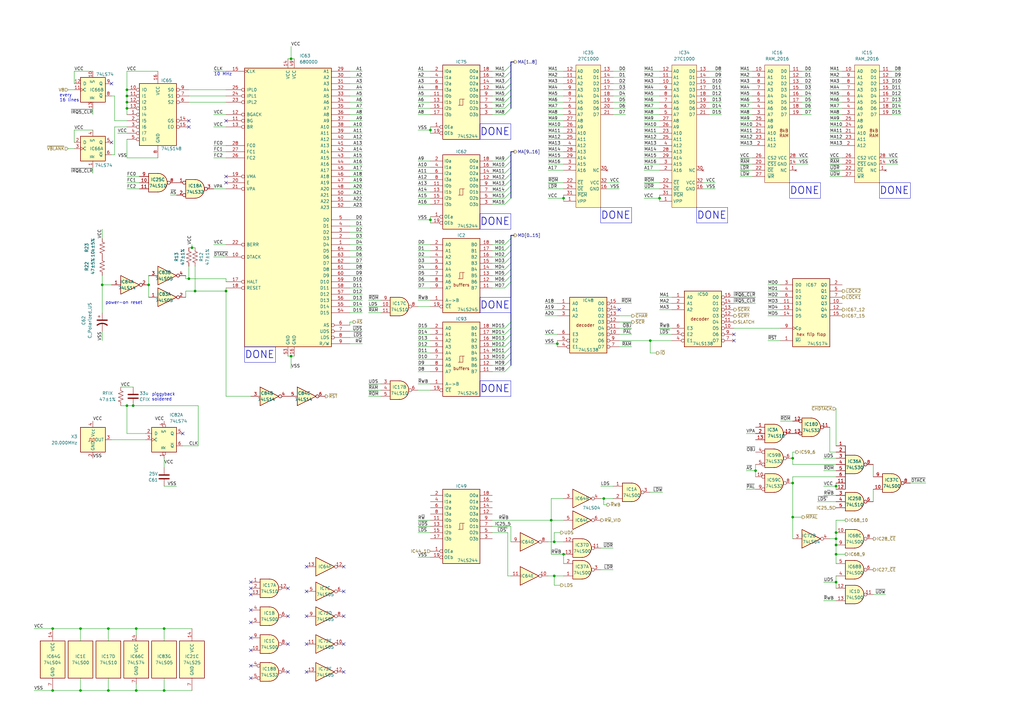
<source format=kicad_sch>
(kicad_sch (version 20231120) (generator "eeschema") (generator_version "8.0")
  (paper "A3")
  (title_block (company "JOTEGO"))
  (lib_symbols
    (symbol "74LS04_1" (pin_names (offset 1.016))
      (property "Reference" "IC3" (at -2.794 1.524 0))
      (property "Value" "74LS10" (at -2.794 -1.016 0))
      (symbol "74LS04_1_1_1"
        (pin input line (at -7.62 2.54 0) (length 3.81) (name "~") (number "1"))
        (pin output inverted (at 7.62 0 180) (length 3.81) (name "~") (number "12"))
        (pin input line (at -7.62 -2.54 0) (length 3.81) (name "~") (number "13"))
        (pin input line (at -7.62 0 0) (length 3.81) (name "~") (number "2"))
      )
      (symbol "74LS04_1_1_2"
        (pin input inverted (at -7.62 2.54 0) (length 4.318) (name "~") (number "1"))
        (pin output line (at 7.62 0 180) (length 3.81) (name "~") (number "12"))
        (pin input inverted (at -7.62 -2.54 0) (length 4.318) (name "~") (number "13"))
        (pin input inverted (at -7.62 0 0) (length 4.953) (name "~") (number "2"))
      )
      (symbol "74LS04_1_2_1"
        (pin input line (at -7.62 2.54 0) (length 3.81) (name "~") (number "3"))
        (pin input line (at -7.62 0 0) (length 3.81) (name "~") (number "4"))
        (pin input line (at -7.62 -2.54 0) (length 3.81) (name "~") (number "5"))
        (pin output inverted (at 7.62 0 180) (length 3.81) (name "~") (number "6"))
      )
      (symbol "74LS04_1_2_2"
        (pin input inverted (at -7.62 2.54 0) (length 4.318) (name "~") (number "3"))
        (pin input inverted (at -7.62 0 0) (length 4.953) (name "~") (number "4"))
        (pin input inverted (at -7.62 -2.54 0) (length 4.318) (name "~") (number "5"))
        (pin output line (at 7.62 0 180) (length 3.81) (name "~") (number "6"))
      )
      (symbol "74LS04_1_3_1"
        (pin input line (at -7.62 0 0) (length 3.81) (name "~") (number "10"))
        (pin input line (at -7.62 -2.54 0) (length 3.81) (name "~") (number "11"))
        (pin output inverted (at 7.62 0 180) (length 3.81) (name "~") (number "8"))
        (pin input line (at -7.62 2.54 0) (length 3.81) (name "~") (number "9"))
      )
      (symbol "74LS04_1_3_2"
        (pin input inverted (at -7.62 0 0) (length 4.953) (name "~") (number "10"))
        (pin input inverted (at -7.62 -2.54 0) (length 4.318) (name "~") (number "11"))
        (pin output line (at 7.62 0 180) (length 3.81) (name "~") (number "8"))
        (pin input inverted (at -7.62 2.54 0) (length 4.318) (name "~") (number "9"))
      )
      (symbol "74LS04_1_4_0"
        (pin power_in line (at 0 12.7 270) (length 5.08) hide (name "VCC") (number "14"))
        (pin power_in line (at 0 -12.7 90) (length 5.08) hide (name "GND") (number "7"))
      )
    )
    (symbol "74xx:74LS00" (pin_names (offset 1.016))
      (property "Reference" "U" (at 0 1.27 0))
      (property "Value" "74LS00" (at 0 -1.27 0))
      (symbol "74LS00_1_1"
        (pin input line (at -7.62 2.54 0) (length 3.81) (name "~") (number "1"))
        (pin input line (at -7.62 -2.54 0) (length 3.81) (name "~") (number "2"))
        (pin output inverted (at 7.62 0 180) (length 3.81) (name "~") (number "3"))
      )
      (symbol "74LS00_1_2"
        (pin input inverted (at -7.62 2.54 0) (length 4.318) (name "~") (number "1"))
        (pin input inverted (at -7.62 -2.54 0) (length 4.318) (name "~") (number "2"))
        (pin output line (at 7.62 0 180) (length 3.81) (name "~") (number "3"))
      )
      (symbol "74LS00_2_1"
        (pin input line (at -7.62 2.54 0) (length 3.81) (name "~") (number "4"))
        (pin input line (at -7.62 -2.54 0) (length 3.81) (name "~") (number "5"))
        (pin output inverted (at 7.62 0 180) (length 3.81) (name "~") (number "6"))
      )
      (symbol "74LS00_2_2"
        (pin input inverted (at -7.62 2.54 0) (length 4.318) (name "~") (number "4"))
        (pin input inverted (at -7.62 -2.54 0) (length 4.318) (name "~") (number "5"))
        (pin output line (at 7.62 0 180) (length 3.81) (name "~") (number "6"))
      )
      (symbol "74LS00_3_1"
        (pin input line (at -7.62 -2.54 0) (length 3.81) (name "~") (number "10"))
        (pin output inverted (at 7.62 0 180) (length 3.81) (name "~") (number "8"))
        (pin input line (at -7.62 2.54 0) (length 3.81) (name "~") (number "9"))
      )
      (symbol "74LS00_3_2"
        (pin input inverted (at -7.62 -2.54 0) (length 4.318) (name "~") (number "10"))
        (pin output line (at 7.62 0 180) (length 3.81) (name "~") (number "8"))
        (pin input inverted (at -7.62 2.54 0) (length 4.318) (name "~") (number "9"))
      )
      (symbol "74LS00_4_1"
        (pin output inverted (at 7.62 0 180) (length 3.81) (name "~") (number "11"))
        (pin input line (at -7.62 2.54 0) (length 3.81) (name "~") (number "12"))
        (pin input line (at -7.62 -2.54 0) (length 3.81) (name "~") (number "13"))
      )
      (symbol "74LS00_4_2"
        (pin output line (at 7.62 0 180) (length 3.81) (name "~") (number "11"))
        (pin input inverted (at -7.62 2.54 0) (length 4.318) (name "~") (number "12"))
        (pin input inverted (at -7.62 -2.54 0) (length 4.318) (name "~") (number "13"))
      )
      (symbol "74LS00_5_0"
        (pin power_in line (at 0 12.7 270) (length 5.08) (name "VCC") (number "14"))
        (pin power_in line (at 0 -12.7 90) (length 5.08) (name "GND") (number "7"))
      )
    )
    (symbol "74xx:74LS04"
      (property "Reference" "U" (at 0 1.27 0))
      (property "Value" "74LS04" (at 0 -1.27 0))
      (symbol "74LS04_1_0"
        (pin input line (at -7.62 0 0) (length 3.81) (name "~") (number "1"))
        (pin output inverted (at 7.62 0 180) (length 3.81) (name "~") (number "2"))
      )
      (symbol "74LS04_2_0"
        (pin input line (at -7.62 0 0) (length 3.81) (name "~") (number "3"))
        (pin output inverted (at 7.62 0 180) (length 3.81) (name "~") (number "4"))
      )
      (symbol "74LS04_3_0"
        (pin input line (at -7.62 0 0) (length 3.81) (name "~") (number "5"))
        (pin output inverted (at 7.62 0 180) (length 3.81) (name "~") (number "6"))
      )
      (symbol "74LS04_4_0"
        (pin output inverted (at 7.62 0 180) (length 3.81) (name "~") (number "8"))
        (pin input line (at -7.62 0 0) (length 3.81) (name "~") (number "9"))
      )
      (symbol "74LS04_5_0"
        (pin output inverted (at 7.62 0 180) (length 3.81) (name "~") (number "10"))
        (pin input line (at -7.62 0 0) (length 3.81) (name "~") (number "11"))
      )
      (symbol "74LS04_6_0"
        (pin output inverted (at 7.62 0 180) (length 3.81) (name "~") (number "12"))
        (pin input line (at -7.62 0 0) (length 3.81) (name "~") (number "13"))
      )
      (symbol "74LS04_7_0"
        (pin power_in line (at 0 12.7 270) (length 5.08) (name "VCC") (number "14"))
        (pin power_in line (at 0 -12.7 90) (length 5.08) (name "GND") (number "7"))
      )
    )
    (symbol "74xx:74LS05" (pin_names (offset 1.016))
      (property "Reference" "U" (at 0 1.27 0))
      (property "Value" "74LS05" (at 0 -1.27 0))
      (symbol "74LS05_1_0"
        (pin input line (at -7.62 0 0) (length 3.81) (name "~") (number "1"))
        (pin open_collector inverted (at 7.62 0 180) (length 3.81) (name "~") (number "2"))
      )
      (symbol "74LS05_2_0"
        (pin input line (at -7.62 0 0) (length 3.81) (name "~") (number "3"))
        (pin open_collector inverted (at 7.62 0 180) (length 3.81) (name "~") (number "4"))
      )
      (symbol "74LS05_3_0"
        (pin input line (at -7.62 0 0) (length 3.81) (name "~") (number "5"))
        (pin open_collector inverted (at 7.62 0 180) (length 3.81) (name "~") (number "6"))
      )
      (symbol "74LS05_4_0"
        (pin open_collector inverted (at 7.62 0 180) (length 3.81) (name "~") (number "8"))
        (pin input line (at -7.62 0 0) (length 3.81) (name "~") (number "9"))
      )
      (symbol "74LS05_5_0"
        (pin open_collector inverted (at 7.62 0 180) (length 3.81) (name "~") (number "10"))
        (pin input line (at -7.62 0 0) (length 3.81) (name "~") (number "11"))
      )
      (symbol "74LS05_6_0"
        (pin open_collector inverted (at 7.62 0 180) (length 3.81) (name "~") (number "12"))
        (pin input line (at -7.62 0 0) (length 3.81) (name "~") (number "13"))
      )
      (symbol "74LS05_7_0"
        (pin power_in line (at 0 12.7 270) (length 5.08) (name "VCC") (number "14"))
        (pin power_in line (at 0 -12.7 90) (length 5.08) (name "GND") (number "7"))
      )
    )
    (symbol "74xx:74LS10" (pin_names (offset 1.016))
      (property "Reference" "U" (at 0 1.27 0))
      (property "Value" "74LS10" (at 0 -1.27 0))
      (symbol "74LS10_1_1"
        (pin input line (at -7.62 2.54 0) (length 3.81) (name "~") (number "1"))
        (pin output inverted (at 7.62 0 180) (length 3.81) (name "~") (number "12"))
        (pin input line (at -7.62 -2.54 0) (length 3.81) (name "~") (number "13"))
        (pin input line (at -7.62 0 0) (length 3.81) (name "~") (number "2"))
      )
      (symbol "74LS10_1_2"
        (pin input inverted (at -7.62 2.54 0) (length 4.318) (name "~") (number "1"))
        (pin output line (at 7.62 0 180) (length 3.81) (name "~") (number "12"))
        (pin input inverted (at -7.62 -2.54 0) (length 4.318) (name "~") (number "13"))
        (pin input inverted (at -7.62 0 0) (length 4.953) (name "~") (number "2"))
      )
      (symbol "74LS10_2_1"
        (pin input line (at -7.62 2.54 0) (length 3.81) (name "~") (number "3"))
        (pin input line (at -7.62 0 0) (length 3.81) (name "~") (number "4"))
        (pin input line (at -7.62 -2.54 0) (length 3.81) (name "~") (number "5"))
        (pin output inverted (at 7.62 0 180) (length 3.81) (name "~") (number "6"))
      )
      (symbol "74LS10_2_2"
        (pin input inverted (at -7.62 2.54 0) (length 4.318) (name "~") (number "3"))
        (pin input inverted (at -7.62 0 0) (length 4.953) (name "~") (number "4"))
        (pin input inverted (at -7.62 -2.54 0) (length 4.318) (name "~") (number "5"))
        (pin output line (at 7.62 0 180) (length 3.81) (name "~") (number "6"))
      )
      (symbol "74LS10_3_1"
        (pin input line (at -7.62 0 0) (length 3.81) (name "~") (number "10"))
        (pin input line (at -7.62 -2.54 0) (length 3.81) (name "~") (number "11"))
        (pin output inverted (at 7.62 0 180) (length 3.81) (name "~") (number "8"))
        (pin input line (at -7.62 2.54 0) (length 3.81) (name "~") (number "9"))
      )
      (symbol "74LS10_3_2"
        (pin input inverted (at -7.62 0 0) (length 4.953) (name "~") (number "10"))
        (pin input inverted (at -7.62 -2.54 0) (length 4.318) (name "~") (number "11"))
        (pin output line (at 7.62 0 180) (length 3.81) (name "~") (number "8"))
        (pin input inverted (at -7.62 2.54 0) (length 4.318) (name "~") (number "9"))
      )
      (symbol "74LS10_4_0"
        (pin power_in line (at 0 12.7 270) (length 5.08) (name "VCC") (number "14"))
        (pin power_in line (at 0 -12.7 90) (length 5.08) (name "GND") (number "7"))
      )
    )
    (symbol "74xx:74LS148" (pin_names (offset 1.016))
      (property "Reference" "U" (at -7.62 13.97 0))
      (property "Value" "74LS148" (at -7.62 -13.97 0))
      (symbol "74LS148_1_0"
        (pin input inverted (at -12.7 0 0) (length 5.08) (name "I4") (number "1"))
        (pin input inverted (at -12.7 10.16 0) (length 5.08) (name "IO") (number "10"))
        (pin input inverted (at -12.7 7.62 0) (length 5.08) (name "I1") (number "11"))
        (pin input inverted (at -12.7 5.08 0) (length 5.08) (name "I2") (number "12"))
        (pin input inverted (at -12.7 2.54 0) (length 5.08) (name "I3") (number "13"))
        (pin output inverted (at 12.7 -2.54 180) (length 5.08) (name "GS") (number "14"))
        (pin output inverted (at 12.7 -5.08 180) (length 5.08) (name "EO") (number "15"))
        (pin power_in line (at 0 17.78 270) (length 5.08) (name "VCC") (number "16"))
        (pin input inverted (at -12.7 -2.54 0) (length 5.08) (name "I5") (number "2"))
        (pin input inverted (at -12.7 -5.08 0) (length 5.08) (name "I6") (number "3"))
        (pin input inverted (at -12.7 -7.62 0) (length 5.08) (name "I7") (number "4"))
        (pin input inverted (at -12.7 -10.16 0) (length 5.08) (name "EI") (number "5"))
        (pin output inverted (at 12.7 5.08 180) (length 5.08) (name "S2") (number "6"))
        (pin output inverted (at 12.7 7.62 180) (length 5.08) (name "S1") (number "7"))
        (pin power_in line (at 0 -17.78 90) (length 5.08) (name "GND") (number "8"))
        (pin output inverted (at 12.7 10.16 180) (length 5.08) (name "S0") (number "9"))
      )
    )
    (symbol "74xx:74LS30" (pin_names (offset 1.016))
      (property "Reference" "U" (at 0 1.27 0))
      (property "Value" "74LS30" (at 0 -1.27 0))
      (symbol "74LS30_1_1"
        (pin input line (at -7.62 7.62 0) (length 3.81) (name "~") (number "1"))
        (pin input line (at -7.62 -7.62 0) (length 3.81) (name "~") (number "11"))
        (pin input line (at -7.62 -10.16 0) (length 3.81) (name "~") (number "12"))
        (pin input line (at -7.62 5.08 0) (length 3.81) (name "~") (number "2"))
        (pin input line (at -7.62 2.54 0) (length 3.81) (name "~") (number "3"))
        (pin input line (at -7.62 0 0) (length 3.81) (name "~") (number "4"))
        (pin input line (at -7.62 -2.54 0) (length 3.81) (name "~") (number "5"))
        (pin input line (at -7.62 -5.08 0) (length 3.81) (name "~") (number "6"))
        (pin output inverted (at 7.62 0 180) (length 3.81) (name "~") (number "8"))
      )
      (symbol "74LS30_1_2"
        (pin input inverted (at -7.62 7.62 0) (length 3.81) (name "~") (number "1"))
        (pin input inverted (at -7.62 -7.62 0) (length 3.81) (name "~") (number "11"))
        (pin input inverted (at -7.62 -10.16 0) (length 3.81) (name "~") (number "12"))
        (pin input inverted (at -7.62 5.08 0) (length 3.81) (name "~") (number "2"))
        (pin input inverted (at -7.62 2.54 0) (length 4.5466) (name "~") (number "3"))
        (pin input inverted (at -7.62 0 0) (length 5.08) (name "~") (number "4"))
        (pin input inverted (at -7.62 -2.54 0) (length 4.5466) (name "~") (number "5"))
        (pin input inverted (at -7.62 -5.08 0) (length 3.81) (name "~") (number "6"))
        (pin output line (at 7.62 0 180) (length 3.81) (name "~") (number "8"))
      )
      (symbol "74LS30_2_0"
        (pin power_in line (at 0 12.7 270) (length 5.08) (name "VCC") (number "14"))
        (pin power_in line (at 0 -12.7 90) (length 5.08) (name "GND") (number "7"))
      )
    )
    (symbol "74xx:74LS32" (pin_names (offset 1.016))
      (property "Reference" "U" (at 0 1.27 0))
      (property "Value" "74LS32" (at 0 -1.27 0))
      (symbol "74LS32_1_1"
        (pin input line (at -7.62 2.54 0) (length 4.318) (name "~") (number "1"))
        (pin input line (at -7.62 -2.54 0) (length 4.318) (name "~") (number "2"))
        (pin output line (at 7.62 0 180) (length 3.81) (name "~") (number "3"))
      )
      (symbol "74LS32_1_2"
        (pin input inverted (at -7.62 2.54 0) (length 3.81) (name "~") (number "1"))
        (pin input inverted (at -7.62 -2.54 0) (length 3.81) (name "~") (number "2"))
        (pin output inverted (at 7.62 0 180) (length 3.81) (name "~") (number "3"))
      )
      (symbol "74LS32_2_1"
        (pin input line (at -7.62 2.54 0) (length 4.318) (name "~") (number "4"))
        (pin input line (at -7.62 -2.54 0) (length 4.318) (name "~") (number "5"))
        (pin output line (at 7.62 0 180) (length 3.81) (name "~") (number "6"))
      )
      (symbol "74LS32_2_2"
        (pin input inverted (at -7.62 2.54 0) (length 3.81) (name "~") (number "4"))
        (pin input inverted (at -7.62 -2.54 0) (length 3.81) (name "~") (number "5"))
        (pin output inverted (at 7.62 0 180) (length 3.81) (name "~") (number "6"))
      )
      (symbol "74LS32_3_1"
        (pin input line (at -7.62 -2.54 0) (length 4.318) (name "~") (number "10"))
        (pin output line (at 7.62 0 180) (length 3.81) (name "~") (number "8"))
        (pin input line (at -7.62 2.54 0) (length 4.318) (name "~") (number "9"))
      )
      (symbol "74LS32_3_2"
        (pin input inverted (at -7.62 -2.54 0) (length 3.81) (name "~") (number "10"))
        (pin output inverted (at 7.62 0 180) (length 3.81) (name "~") (number "8"))
        (pin input inverted (at -7.62 2.54 0) (length 3.81) (name "~") (number "9"))
      )
      (symbol "74LS32_4_1"
        (pin output line (at 7.62 0 180) (length 3.81) (name "~") (number "11"))
        (pin input line (at -7.62 2.54 0) (length 4.318) (name "~") (number "12"))
        (pin input line (at -7.62 -2.54 0) (length 4.318) (name "~") (number "13"))
      )
      (symbol "74LS32_4_2"
        (pin output inverted (at 7.62 0 180) (length 3.81) (name "~") (number "11"))
        (pin input inverted (at -7.62 2.54 0) (length 3.81) (name "~") (number "12"))
        (pin input inverted (at -7.62 -2.54 0) (length 3.81) (name "~") (number "13"))
      )
      (symbol "74LS32_5_0"
        (pin power_in line (at 0 12.7 270) (length 5.08) (name "VCC") (number "14"))
        (pin power_in line (at 0 -12.7 90) (length 5.08) (name "GND") (number "7"))
      )
    )
    (symbol "74xx:74LS74" (pin_names (offset 1.016))
      (property "Reference" "U" (at -7.62 8.89 0))
      (property "Value" "74LS74" (at -7.62 -8.89 0))
      (symbol "74LS74_1_0"
        (pin input line (at 0 -7.62 90) (length 2.54) (name "~{R}") (number "1"))
        (pin input line (at -7.62 2.54 0) (length 2.54) (name "D") (number "2"))
        (pin input clock (at -7.62 0 0) (length 2.54) (name "C") (number "3"))
        (pin input line (at 0 7.62 270) (length 2.54) (name "~{S}") (number "4"))
        (pin output line (at 7.62 2.54 180) (length 2.54) (name "Q") (number "5"))
        (pin output line (at 7.62 -2.54 180) (length 2.54) (name "~{Q}") (number "6"))
      )
      (symbol "74LS74_2_0"
        (pin input line (at 0 7.62 270) (length 2.54) (name "~{S}") (number "10"))
        (pin input clock (at -7.62 0 0) (length 2.54) (name "C") (number "11"))
        (pin input line (at -7.62 2.54 0) (length 2.54) (name "D") (number "12"))
        (pin input line (at 0 -7.62 90) (length 2.54) (name "~{R}") (number "13"))
        (pin output line (at 7.62 -2.54 180) (length 2.54) (name "~{Q}") (number "8"))
        (pin output line (at 7.62 2.54 180) (length 2.54) (name "Q") (number "9"))
      )
      (symbol "74LS74_3_0"
        (pin power_in line (at 0 10.16 270) (length 2.54) (name "VCC") (number "14"))
        (pin power_in line (at 0 -10.16 90) (length 2.54) (name "GND") (number "7"))
      )
    )
    (symbol "CPU_NXP_68000:68000D" (pin_names (offset 0.762))
      (property "Reference" "U" (at 0 2.54 0))
      (property "Value" "68000D" (at 0 -3.81 0))
      (symbol "68000D_1_1"
        (pin bidirectional line (at 25.4 -15.24 180) (length 7.62) (name "D4") (number "1"))
        (pin input inverted (at -25.4 -20.32 0) (length 7.62) (name "DTACK") (number "10"))
        (pin output inverted (at -25.4 35.56 0) (length 7.62) (name "BG") (number "11"))
        (pin input inverted (at -25.4 38.1 0) (length 7.62) (name "BGACK") (number "12"))
        (pin input inverted (at -25.4 33.02 0) (length 7.62) (name "BR") (number "13"))
        (pin power_in line (at 0 60.96 270) (length 3.81) (name "VCC") (number "14"))
        (pin input clock (at -25.4 55.88 0) (length 7.62) (name "CLK") (number "15"))
        (pin power_in line (at 2.54 -60.96 90) (length 3.81) (name "GND") (number "16"))
        (pin bidirectional inverted (at -25.4 -30.48 0) (length 7.62) (name "HALT") (number "17"))
        (pin bidirectional inverted (at -25.4 -33.02 0) (length 7.62) (name "RESET") (number "18"))
        (pin output inverted (at -25.4 12.7 0) (length 7.62) (name "VMA") (number "19"))
        (pin bidirectional line (at 25.4 -12.7 180) (length 7.62) (name "D3") (number "2"))
        (pin output line (at -25.4 10.16 0) (length 7.62) (name "E") (number "20"))
        (pin input inverted (at -25.4 7.62 0) (length 7.62) (name "VPA") (number "21"))
        (pin input inverted (at -25.4 -15.24 0) (length 7.62) (name "BERR") (number "22"))
        (pin input inverted (at -25.4 43.18 0) (length 7.62) (name "IPL2") (number "23"))
        (pin input inverted (at -25.4 45.72 0) (length 7.62) (name "IPL1") (number "24"))
        (pin input inverted (at -25.4 48.26 0) (length 7.62) (name "IPL0") (number "25"))
        (pin output line (at -25.4 20.32 0) (length 7.62) (name "FC2") (number "26"))
        (pin output line (at -25.4 22.86 0) (length 7.62) (name "FC1") (number "27"))
        (pin output line (at -25.4 25.4 0) (length 7.62) (name "FC0") (number "28"))
        (pin output line (at 25.4 55.88 180) (length 7.62) (name "A1") (number "29"))
        (pin bidirectional line (at 25.4 -10.16 180) (length 7.62) (name "D2") (number "3"))
        (pin output line (at 25.4 53.34 180) (length 7.62) (name "A2") (number "30"))
        (pin output line (at 25.4 50.8 180) (length 7.62) (name "A3") (number "31"))
        (pin output line (at 25.4 48.26 180) (length 7.62) (name "A4") (number "32"))
        (pin output line (at 25.4 45.72 180) (length 7.62) (name "A5") (number "33"))
        (pin output line (at 25.4 43.18 180) (length 7.62) (name "A6") (number "34"))
        (pin output line (at 25.4 40.64 180) (length 7.62) (name "A7") (number "35"))
        (pin output line (at 25.4 38.1 180) (length 7.62) (name "A8") (number "36"))
        (pin output line (at 25.4 35.56 180) (length 7.62) (name "A9") (number "37"))
        (pin output line (at 25.4 33.02 180) (length 7.62) (name "A10") (number "38"))
        (pin output line (at 25.4 30.48 180) (length 7.62) (name "A11") (number "39"))
        (pin bidirectional line (at 25.4 -7.62 180) (length 7.62) (name "D1") (number "4"))
        (pin output line (at 25.4 27.94 180) (length 7.62) (name "A12") (number "40"))
        (pin output line (at 25.4 25.4 180) (length 7.62) (name "A13") (number "41"))
        (pin output line (at 25.4 22.86 180) (length 7.62) (name "A14") (number "42"))
        (pin output line (at 25.4 20.32 180) (length 7.62) (name "A15") (number "43"))
        (pin output line (at 25.4 17.78 180) (length 7.62) (name "A16") (number "44"))
        (pin output line (at 25.4 15.24 180) (length 7.62) (name "A17") (number "45"))
        (pin output line (at 25.4 12.7 180) (length 7.62) (name "A18") (number "46"))
        (pin output line (at 25.4 10.16 180) (length 7.62) (name "A19") (number "47"))
        (pin output line (at 25.4 7.62 180) (length 7.62) (name "A20") (number "48"))
        (pin power_in line (at 2.54 60.96 270) (length 3.81) (name "VCC") (number "49"))
        (pin bidirectional line (at 25.4 -5.08 180) (length 7.62) (name "D0") (number "5"))
        (pin output line (at 25.4 5.08 180) (length 7.62) (name "A21") (number "50"))
        (pin output line (at 25.4 2.54 180) (length 7.62) (name "A22") (number "51"))
        (pin output line (at 25.4 0 180) (length 7.62) (name "A23") (number "52"))
        (pin power_in line (at 0 -60.96 90) (length 3.81) (name "GND") (number "53"))
        (pin bidirectional line (at 25.4 -43.18 180) (length 7.62) (name "D15") (number "54"))
        (pin bidirectional line (at 25.4 -40.64 180) (length 7.62) (name "D14") (number "55"))
        (pin bidirectional line (at 25.4 -38.1 180) (length 7.62) (name "D13") (number "56"))
        (pin bidirectional line (at 25.4 -35.56 180) (length 7.62) (name "D12") (number "57"))
        (pin bidirectional line (at 25.4 -33.02 180) (length 7.62) (name "D11") (number "58"))
        (pin bidirectional line (at 25.4 -30.48 180) (length 7.62) (name "D10") (number "59"))
        (pin output inverted (at 25.4 -48.26 180) (length 7.62) (name "AS") (number "6"))
        (pin bidirectional line (at 25.4 -27.94 180) (length 7.62) (name "D9") (number "60"))
        (pin bidirectional line (at 25.4 -25.4 180) (length 7.62) (name "D8") (number "61"))
        (pin bidirectional line (at 25.4 -22.86 180) (length 7.62) (name "D7") (number "62"))
        (pin bidirectional line (at 25.4 -20.32 180) (length 7.62) (name "D6") (number "63"))
        (pin bidirectional line (at 25.4 -17.78 180) (length 7.62) (name "D5") (number "64"))
        (pin output inverted (at 25.4 -50.8 180) (length 7.62) (name "UDS") (number "7"))
        (pin output inverted (at 25.4 -53.34 180) (length 7.62) (name "LDS") (number "8"))
        (pin output line (at 25.4 -55.88 180) (length 7.62) (name "R/W") (number "9"))
      )
    )
    (symbol "Device:C" (pin_numbers hide) (pin_names (offset 0.254))
      (property "Reference" "C" (at 0.635 2.54 0))
      (property "Value" "C" (at 0.635 -2.54 0))
      (symbol "C_1_1"
        (pin passive line (at 0 3.81 270) (length 2.794) (name "~") (number "1"))
        (pin passive line (at 0 -3.81 90) (length 2.794) (name "~") (number "2"))
      )
    )
    (symbol "Device:C_Polarized_US" (pin_numbers hide) (pin_names (offset 0.254) hide)
      (property "Reference" "C" (at 0.635 2.54 0))
      (property "Value" "C_Polarized_US" (at 0.635 -2.54 0))
      (symbol "C_Polarized_US_1_1"
        (pin passive line (at 0 3.81 270) (length 2.794) (name "~") (number "1"))
        (pin passive line (at 0 -3.81 90) (length 3.302) (name "~") (number "2"))
      )
    )
    (symbol "Device:R_US" (pin_numbers hide) (pin_names (offset 0))
      (property "Reference" "R" (at 2.54 0 90))
      (property "Value" "R_US" (at -2.54 0 90))
      (symbol "R_US_1_1"
        (pin passive line (at 0 3.81 270) (length 1.27) (name "~") (number "1"))
        (pin passive line (at 0 -3.81 90) (length 1.27) (name "~") (number "2"))
      )
    )
    (symbol "Oscillator:TG2520SMN-xx.xxxxxxMhz-xxxxNM"
      (property "Reference" "X" (at -5.08 6.35 0))
      (property "Value" "TG2520SMN-xx.xxxxxxMhz-xxxxNM" (at 1.27 -6.35 0))
      (symbol "TG2520SMN-xx.xxxxxxMhz-xxxxNM_1_1"
        (pin no_connect line (at -5.08 0 0) (length 2.54) hide (name "NC") (number "1"))
        (pin power_in line (at 0 -7.62 90) (length 2.54) (name "GND") (number "2"))
        (pin output line (at 7.62 0 180) (length 2.54) (name "OUT") (number "3"))
        (pin power_in line (at 0 7.62 270) (length 2.54) (name "Vcc") (number "4"))
      )
    )
    (symbol "jt74:74LS00" (pin_names (offset 1.016))
      (property "Reference" "U" (at 0 1.27 0))
      (property "Value" "74LS00" (at 0 -1.27 0))
      (symbol "74LS00_1_1"
        (pin input line (at -7.62 2.54 0) (length 3.81) (name "~") (number "1"))
        (pin input line (at -7.62 -2.54 0) (length 3.81) (name "~") (number "2"))
        (pin output inverted (at 7.62 0 180) (length 3.81) (name "~") (number "3"))
      )
      (symbol "74LS00_1_2"
        (pin input inverted (at -7.62 2.54 0) (length 4.318) (name "~") (number "1"))
        (pin input inverted (at -7.62 -2.54 0) (length 4.318) (name "~") (number "2"))
        (pin output line (at 7.62 0 180) (length 3.81) (name "~") (number "3"))
      )
      (symbol "74LS00_2_1"
        (pin input line (at -7.62 2.54 0) (length 3.81) (name "~") (number "4"))
        (pin input line (at -7.62 -2.54 0) (length 3.81) (name "~") (number "5"))
        (pin output inverted (at 7.62 0 180) (length 3.81) (name "~") (number "6"))
      )
      (symbol "74LS00_2_2"
        (pin input inverted (at -7.62 2.54 0) (length 4.318) (name "~") (number "4"))
        (pin input inverted (at -7.62 -2.54 0) (length 4.318) (name "~") (number "5"))
        (pin output line (at 7.62 0 180) (length 3.81) (name "~") (number "6"))
      )
      (symbol "74LS00_3_1"
        (pin input line (at -7.62 -2.54 0) (length 3.81) (name "~") (number "10"))
        (pin output inverted (at 7.62 0 180) (length 3.81) (name "~") (number "8"))
        (pin input line (at -7.62 2.54 0) (length 3.81) (name "~") (number "9"))
      )
      (symbol "74LS00_3_2"
        (pin input inverted (at -7.62 -2.54 0) (length 4.318) (name "~") (number "10"))
        (pin output line (at 7.62 0 180) (length 3.81) (name "~") (number "8"))
        (pin input inverted (at -7.62 2.54 0) (length 4.318) (name "~") (number "9"))
      )
      (symbol "74LS00_4_1"
        (pin output inverted (at 7.62 0 180) (length 3.81) (name "~") (number "11"))
        (pin input line (at -7.62 2.54 0) (length 3.81) (name "~") (number "12"))
        (pin input line (at -7.62 -2.54 0) (length 3.81) (name "~") (number "13"))
      )
      (symbol "74LS00_4_2"
        (pin output line (at 7.62 0 180) (length 3.81) (name "~") (number "11"))
        (pin input inverted (at -7.62 2.54 0) (length 4.318) (name "~") (number "12"))
        (pin input inverted (at -7.62 -2.54 0) (length 4.318) (name "~") (number "13"))
      )
      (symbol "74LS00_5_0"
        (pin power_in line (at 0 7.62 270) (length 5.08) hide (name "VCC") (number "14"))
        (pin power_in line (at 0 -7.62 90) (length 5.08) hide (name "VSS") (number "7"))
      )
    )
    (symbol "jt74:74LS04" (pin_names (offset 1.016))
      (property "Reference" "U" (at 0 1.27 0))
      (property "Value" "74LS04" (at 0 -1.27 0))
      (symbol "74LS04_1_0"
        (pin input line (at -7.62 0 0) (length 3.81) (name "~") (number "1"))
        (pin output inverted (at 7.62 0 180) (length 3.81) (name "~") (number "2"))
      )
      (symbol "74LS04_2_0"
        (pin input line (at -7.62 0 0) (length 3.81) (name "~") (number "3"))
        (pin output inverted (at 7.62 0 180) (length 3.81) (name "~") (number "4"))
      )
      (symbol "74LS04_3_0"
        (pin input line (at -7.62 0 0) (length 3.81) (name "~") (number "5"))
        (pin output inverted (at 7.62 0 180) (length 3.81) (name "~") (number "6"))
      )
      (symbol "74LS04_4_0"
        (pin output inverted (at 7.62 0 180) (length 3.81) (name "~") (number "8"))
        (pin input line (at -7.62 0 0) (length 3.81) (name "~") (number "9"))
      )
      (symbol "74LS04_5_0"
        (pin output inverted (at 7.62 0 180) (length 3.81) (name "~") (number "10"))
        (pin input line (at -7.62 0 0) (length 3.81) (name "~") (number "11"))
      )
      (symbol "74LS04_6_0"
        (pin output inverted (at 7.62 0 180) (length 3.81) (name "~") (number "12"))
        (pin input line (at -7.62 0 0) (length 3.81) (name "~") (number "13"))
      )
      (symbol "74LS04_7_0"
        (pin power_in line (at 0 7.62 270) (length 5.08) hide (name "VCC") (number "14"))
        (pin power_in line (at 0 -7.62 90) (length 5.08) hide (name "VSS") (number "7"))
      )
    )
    (symbol "jt74:74LS05" (pin_names (offset 1.016))
      (property "Reference" "U" (at 0 1.27 0))
      (property "Value" "74LS05" (at 0 -1.27 0))
      (symbol "74LS05_1_0"
        (pin input line (at -7.62 0 0) (length 3.81) (name "~") (number "1"))
        (pin open_collector inverted (at 7.62 0 180) (length 3.81) (name "~") (number "2"))
      )
      (symbol "74LS05_2_0"
        (pin input line (at -7.62 0 0) (length 3.81) (name "~") (number "3"))
        (pin open_collector inverted (at 7.62 0 180) (length 3.81) (name "~") (number "4"))
      )
      (symbol "74LS05_3_0"
        (pin input line (at -7.62 0 0) (length 3.81) (name "~") (number "5"))
        (pin open_collector inverted (at 7.62 0 180) (length 3.81) (name "~") (number "6"))
      )
      (symbol "74LS05_4_0"
        (pin open_collector inverted (at 7.62 0 180) (length 3.81) (name "~") (number "8"))
        (pin input line (at -7.62 0 0) (length 3.81) (name "~") (number "9"))
      )
      (symbol "74LS05_5_0"
        (pin open_collector inverted (at 7.62 0 180) (length 3.81) (name "~") (number "10"))
        (pin input line (at -7.62 0 0) (length 3.81) (name "~") (number "11"))
      )
      (symbol "74LS05_6_0"
        (pin open_collector inverted (at 7.62 0 180) (length 3.81) (name "~") (number "12"))
        (pin input line (at -7.62 0 0) (length 3.81) (name "~") (number "13"))
      )
      (symbol "74LS05_7_0"
        (pin input line (at 0 12.7 270) (length 5.08) hide (name "VCC") (number "14"))
        (pin input line (at 0 -12.7 90) (length 5.08) hide (name "GND") (number "7"))
      )
    )
    (symbol "jt74:74LS10" (pin_names (offset 1.016))
      (property "Reference" "U" (at 0 1.27 0))
      (property "Value" "74LS10" (at 0 -1.27 0))
      (symbol "74LS10_1_1"
        (pin input line (at -7.62 2.54 0) (length 3.81) (name "~") (number "1"))
        (pin output inverted (at 7.62 0 180) (length 3.81) (name "~") (number "12"))
        (pin input line (at -7.62 -2.54 0) (length 3.81) (name "~") (number "13"))
        (pin input line (at -7.62 0 0) (length 3.81) (name "~") (number "2"))
      )
      (symbol "74LS10_1_2"
        (pin input inverted (at -7.62 2.54 0) (length 4.318) (name "~") (number "1"))
        (pin output line (at 7.62 0 180) (length 3.81) (name "~") (number "12"))
        (pin input inverted (at -7.62 -2.54 0) (length 4.318) (name "~") (number "13"))
        (pin input inverted (at -7.62 0 0) (length 4.953) (name "~") (number "2"))
      )
      (symbol "74LS10_2_1"
        (pin input line (at -7.62 2.54 0) (length 3.81) (name "~") (number "3"))
        (pin input line (at -7.62 0 0) (length 3.81) (name "~") (number "4"))
        (pin input line (at -7.62 -2.54 0) (length 3.81) (name "~") (number "5"))
        (pin output inverted (at 7.62 0 180) (length 3.81) (name "~") (number "6"))
      )
      (symbol "74LS10_2_2"
        (pin input inverted (at -7.62 2.54 0) (length 4.318) (name "~") (number "3"))
        (pin input inverted (at -7.62 0 0) (length 4.953) (name "~") (number "4"))
        (pin input inverted (at -7.62 -2.54 0) (length 4.318) (name "~") (number "5"))
        (pin output line (at 7.62 0 180) (length 3.81) (name "~") (number "6"))
      )
      (symbol "74LS10_3_1"
        (pin input line (at -7.62 0 0) (length 3.81) (name "~") (number "10"))
        (pin input line (at -7.62 -2.54 0) (length 3.81) (name "~") (number "11"))
        (pin output inverted (at 7.62 0 180) (length 3.81) (name "~") (number "8"))
        (pin input line (at -7.62 2.54 0) (length 3.81) (name "~") (number "9"))
      )
      (symbol "74LS10_3_2"
        (pin input inverted (at -7.62 0 0) (length 4.953) (name "~") (number "10"))
        (pin input inverted (at -7.62 -2.54 0) (length 4.318) (name "~") (number "11"))
        (pin output line (at 7.62 0 180) (length 3.81) (name "~") (number "8"))
        (pin input inverted (at -7.62 2.54 0) (length 4.318) (name "~") (number "9"))
      )
      (symbol "74LS10_4_0"
        (pin power_in line (at 0 7.62 270) (length 5.08) hide (name "VCC") (number "14"))
        (pin power_in line (at 0 -7.62 90) (length 5.08) hide (name "VSS") (number "7"))
      )
    )
    (symbol "jt74:74LS138" (pin_names (offset 1.016))
      (property "Reference" "U" (at 6.35 11.43 0))
      (property "Value" "74LS138" (at 3.81 -13.97 0))
      (symbol "74LS138_0_0"
        (text "decoder" (at -1.27 -1.27 0) (effects (font (size 1.27 1.27))))
      )
      (symbol "74LS138_1_0"
        (pin input line (at -12.7 7.62 0) (length 5.08) (name "A0") (number "1"))
        (pin output inverted (at 12.7 -5.08 180) (length 5.08) (name "O5") (number "10"))
        (pin output inverted (at 12.7 -2.54 180) (length 5.08) (name "O4") (number "11"))
        (pin output inverted (at 12.7 0 180) (length 5.08) (name "O3") (number "12"))
        (pin output inverted (at 12.7 2.54 180) (length 5.08) (name "O2") (number "13"))
        (pin output inverted (at 12.7 5.08 180) (length 5.08) (name "O1") (number "14"))
        (pin output inverted (at 12.7 7.62 180) (length 5.08) (name "O0") (number "15"))
        (pin input line (at -12.7 5.08 0) (length 5.08) (name "A1") (number "2"))
        (pin input line (at -12.7 2.54 0) (length 5.08) (name "A2") (number "3"))
        (pin input inverted (at -12.7 -10.16 0) (length 5.08) (name "E1") (number "4"))
        (pin input inverted (at -12.7 -7.62 0) (length 5.08) (name "E2") (number "5"))
        (pin input line (at -12.7 -5.08 0) (length 5.08) (name "E3") (number "6"))
        (pin output inverted (at 12.7 -10.16 180) (length 5.08) (name "O7") (number "7"))
        (pin output inverted (at 12.7 -7.62 180) (length 5.08) (name "O6") (number "9"))
      )
    )
    (symbol "jt74:74LS14" (pin_names (offset 1.016))
      (property "Reference" "U" (at 0 1.27 0))
      (property "Value" "74LS14" (at 0 -1.27 0))
      (symbol "74LS14_1_0"
        (pin input line (at -7.62 0 0) (length 3.81) (name "~") (number "1"))
        (pin output inverted (at 7.62 0 180) (length 3.81) (name "~") (number "2"))
      )
      (symbol "74LS14_2_0"
        (pin input line (at -7.62 0 0) (length 3.81) (name "~") (number "3"))
        (pin output inverted (at 7.62 0 180) (length 3.81) (name "~") (number "4"))
      )
      (symbol "74LS14_3_0"
        (pin input line (at -7.62 0 0) (length 3.81) (name "~") (number "5"))
        (pin output inverted (at 7.62 0 180) (length 3.81) (name "~") (number "6"))
      )
      (symbol "74LS14_4_0"
        (pin output inverted (at 7.62 0 180) (length 3.81) (name "~") (number "8"))
        (pin input line (at -7.62 0 0) (length 3.81) (name "~") (number "9"))
      )
      (symbol "74LS14_5_0"
        (pin output inverted (at 7.62 0 180) (length 3.81) (name "~") (number "10"))
        (pin input line (at -7.62 0 0) (length 3.81) (name "~") (number "11"))
      )
      (symbol "74LS14_6_0"
        (pin output inverted (at 7.62 0 180) (length 3.81) (name "~") (number "12"))
        (pin input line (at -7.62 0 0) (length 3.81) (name "~") (number "13"))
      )
      (symbol "74LS14_7_0"
        (pin power_in line (at 0 7.62 270) (length 5.08) hide (name "VCC") (number "14"))
        (pin power_in line (at 1.27 -7.62 90) (length 5.08) hide (name "VSS") (number "7"))
      )
    )
    (symbol "jt74:74LS174" (pin_names (offset 1.016))
      (property "Reference" "U" (at 5.08 -12.7 0))
      (property "Value" "74LS174" (at 0 -5.08 0))
      (symbol "74LS174_0_0"
        (text "hex flip flop" (at 0 -10.16 0) (effects (font (size 1.27 1.27))))
      )
      (symbol "74LS174_1_0"
        (pin input line (at -12.7 -12.7 0) (length 5.08) (name "~{Mr}") (number "1"))
        (pin output line (at 12.7 2.54 180) (length 5.08) (name "Q3") (number "10"))
        (pin input line (at -12.7 2.54 0) (length 5.08) (name "D3") (number "11"))
        (pin output line (at 12.7 0 180) (length 5.08) (name "Q4") (number "12"))
        (pin input line (at -12.7 0 0) (length 5.08) (name "D4") (number "13"))
        (pin input line (at -12.7 -2.54 0) (length 5.08) (name "D5") (number "14"))
        (pin output line (at 12.7 -2.54 180) (length 5.08) (name "Q5") (number "15"))
        (pin output line (at 12.7 10.16 180) (length 5.08) (name "Q0") (number "2"))
        (pin input line (at -12.7 10.16 0) (length 5.08) (name "D0") (number "3"))
        (pin input line (at -12.7 7.62 0) (length 5.08) (name "D1") (number "4"))
        (pin output line (at 12.7 7.62 180) (length 5.08) (name "Q1") (number "5"))
        (pin input line (at -12.7 5.08 0) (length 5.08) (name "D2") (number "6"))
        (pin output line (at 12.7 5.08 180) (length 5.08) (name "Q2") (number "7"))
        (pin input clock (at -12.7 -7.62 0) (length 5.08) (name "Cp") (number "9"))
      )
      (symbol "74LS174_1_1"
        (pin power_in line (at 0 12.7 270) (length 5.08) hide (name "VCC") (number "16"))
        (pin power_in line (at 0 -15.24 90) (length 5.08) hide (name "VSS") (number "8"))
      )
    )
    (symbol "jt74:74LS244"
      (property "Reference" "U" (at -7.62 16.51 0))
      (property "Value" "74LS244" (at -3.81 -21.59 0))
      (symbol "74LS244_1_0"
        (pin input inverted (at -12.7 -10.16 0) (length 5.08) (name "OEa") (number "1"))
        (pin power_in line (at 0 -15.24 90) (length 5.08) hide (name "VSS") (number "10"))
        (pin input line (at -12.7 2.54 0) (length 5.08) (name "I0b") (number "11"))
        (pin tri_state line (at 12.7 5.08 180) (length 5.08) (name "O3a") (number "12"))
        (pin input line (at -12.7 0 0) (length 5.08) (name "I1b") (number "13"))
        (pin tri_state line (at 12.7 7.62 180) (length 5.08) (name "O2a") (number "14"))
        (pin input line (at -12.7 -2.54 0) (length 5.08) (name "I2b") (number "15"))
        (pin tri_state line (at 12.7 10.16 180) (length 5.08) (name "O1a") (number "16"))
        (pin input line (at -12.7 -5.08 0) (length 5.08) (name "I3b") (number "17"))
        (pin tri_state line (at 12.7 12.7 180) (length 5.08) (name "O0a") (number "18"))
        (pin input inverted (at -12.7 -12.7 0) (length 5.08) (name "OEb") (number "19"))
        (pin input line (at -12.7 12.7 0) (length 5.08) (name "I0a") (number "2"))
        (pin power_in line (at 0 15.24 270) (length 5.08) hide (name "VCC") (number "20"))
        (pin tri_state line (at 12.7 -5.08 180) (length 5.08) (name "O3b") (number "3"))
        (pin input line (at -12.7 10.16 0) (length 5.08) (name "I1a") (number "4"))
        (pin tri_state line (at 12.7 -2.54 180) (length 5.08) (name "O2b") (number "5"))
        (pin input line (at -12.7 7.62 0) (length 5.08) (name "I2a") (number "6"))
        (pin tri_state line (at 12.7 0 180) (length 5.08) (name "O1b") (number "7"))
        (pin input line (at -12.7 5.08 0) (length 5.08) (name "I3a") (number "8"))
        (pin tri_state line (at 12.7 2.54 180) (length 5.08) (name "O0b") (number "9"))
      )
    )
    (symbol "jt74:74LS245" (pin_names (offset 1.016))
      (property "Reference" "U" (at -7.62 16.51 0))
      (property "Value" "74LS245" (at 2.54 -13.97 0))
      (symbol "74LS245_0_0"
        (text "buffers" (at 0 -3.81 0) (effects (font (size 1.27 1.27))))
      )
      (symbol "74LS245_1_0"
        (pin input line (at -12.7 -10.16 0) (length 5.08) (name "A->B") (number "1"))
        (pin tri_state line (at 12.7 -5.08 180) (length 5.08) (name "B7") (number "11"))
        (pin tri_state line (at 12.7 -2.54 180) (length 5.08) (name "B6") (number "12"))
        (pin tri_state line (at 12.7 0 180) (length 5.08) (name "B5") (number "13"))
        (pin tri_state line (at 12.7 2.54 180) (length 5.08) (name "B4") (number "14"))
        (pin tri_state line (at 12.7 5.08 180) (length 5.08) (name "B3") (number "15"))
        (pin tri_state line (at 12.7 7.62 180) (length 5.08) (name "B2") (number "16"))
        (pin tri_state line (at 12.7 10.16 180) (length 5.08) (name "B1") (number "17"))
        (pin tri_state line (at 12.7 12.7 180) (length 5.08) (name "B0") (number "18"))
        (pin input inverted (at -12.7 -12.7 0) (length 5.08) (name "~{CE}") (number "19"))
        (pin tri_state line (at -12.7 12.7 0) (length 5.08) (name "A0") (number "2"))
        (pin tri_state line (at -12.7 10.16 0) (length 5.08) (name "A1") (number "3"))
        (pin tri_state line (at -12.7 7.62 0) (length 5.08) (name "A2") (number "4"))
        (pin tri_state line (at -12.7 5.08 0) (length 5.08) (name "A3") (number "5"))
        (pin tri_state line (at -12.7 2.54 0) (length 5.08) (name "A4") (number "6"))
        (pin tri_state line (at -12.7 0 0) (length 5.08) (name "A5") (number "7"))
        (pin tri_state line (at -12.7 -2.54 0) (length 5.08) (name "A6") (number "8"))
        (pin tri_state line (at -12.7 -5.08 0) (length 5.08) (name "A7") (number "9"))
      )
    )
    (symbol "jt74:74LS25" (pin_names (offset 1.016))
      (property "Reference" "U" (at 0 1.016 0))
      (property "Value" "74LS25" (at 0 -1.016 0))
      (symbol "74LS25_1_0"
        (pin input line (at -10.16 5.08 0) (length 3.81) (name "~") (number "1"))
        (pin input line (at -10.16 2.54 0) (length 4.826) (name "~") (number "2"))
        (pin input line (at -10.16 0 0) (length 4.826) (name "~") (number "4"))
        (pin input line (at -10.16 -2.54 0) (length 3.81) (name "~") (number "5"))
      )
      (symbol "74LS25_1_1"
        (pin input line (at -10.16 -5.08 0) (length 11.43) (name "~") (number "3"))
        (pin output inverted (at 12.7 -1.27 180) (length 3.81) (name "~") (number "6"))
      )
      (symbol "74LS25_1_2"
        (pin output line (at 7.62 0 180) (length 3.81) (name "~") (number "1"))
        (pin input inverted (at -7.62 2.54 0) (length 3.81) (name "~") (number "2"))
        (pin input inverted (at -7.62 -2.54 0) (length 3.81) (name "~") (number "3"))
      )
      (symbol "74LS25_2_0"
        (pin input line (at -10.16 2.54 0) (length 4.826) (name "~") (number "10"))
        (pin input line (at -10.16 0 0) (length 4.826) (name "~") (number "12"))
        (pin input line (at -10.16 -2.54 0) (length 3.81) (name "~") (number "13"))
        (pin input line (at -10.16 5.08 0) (length 3.81) (name "~") (number "9"))
      )
      (symbol "74LS25_2_1"
        (pin input line (at -10.16 -5.08 0) (length 11.43) (name "~") (number "11"))
        (pin output inverted (at 12.7 -1.27 180) (length 3.81) (name "~") (number "8"))
      )
      (symbol "74LS25_2_2"
        (pin output line (at 7.62 0 180) (length 3.81) (name "~") (number "4"))
        (pin input inverted (at -7.62 2.54 0) (length 3.81) (name "~") (number "5"))
        (pin input inverted (at -7.62 -2.54 0) (length 3.81) (name "~") (number "6"))
      )
      (symbol "74LS25_3_0"
        (pin power_in line (at 0 12.7 270) (length 5.08) (name "VCC") (number "14"))
        (pin power_in line (at 0 -12.7 90) (length 5.08) (name "GND") (number "7"))
      )
      (symbol "74LS25_3_2"
        (pin output line (at 7.62 0 180) (length 3.81) (name "~") (number "10"))
        (pin input inverted (at -7.62 2.54 0) (length 3.81) (name "~") (number "8"))
        (pin input inverted (at -7.62 -2.54 0) (length 3.81) (name "~") (number "9"))
      )
    )
    (symbol "jt74:74LS74" (pin_names (offset 1.016))
      (property "Reference" "U" (at 3.81 5.08 0))
      (property "Value" "74LS74" (at 0 0 0))
      (symbol "74LS74_1_0"
        (pin input inverted (at 0 -7.62 90) (length 2.54) (name "~{R}") (number "1"))
        (pin input line (at -7.62 2.54 0) (length 2.54) (name "D") (number "2"))
        (pin input clock (at -7.62 0 0) (length 2.54) (name "C") (number "3"))
        (pin input inverted (at 0 7.62 270) (length 2.54) (name "~{S}") (number "4"))
        (pin output line (at 7.62 2.54 180) (length 2.54) (name "Q") (number "5"))
        (pin output line (at 7.62 -2.54 180) (length 2.54) (name "~{Q}") (number "6"))
      )
      (symbol "74LS74_2_0"
        (pin input clock (at -7.62 0 0) (length 2.54) (name "C") (number "11"))
        (pin input line (at -7.62 2.54 0) (length 2.54) (name "D") (number "12"))
        (pin input line (at 0 -7.62 90) (length 2.54) (name "~{R}") (number "13"))
        (pin output inverted (at 7.62 -2.54 180) (length 2.54) (name "~{Q}") (number "8"))
        (pin output line (at 7.62 2.54 180) (length 2.54) (name "Q") (number "9"))
      )
      (symbol "74LS74_2_1"
        (pin input line (at 0 7.62 270) (length 2.54) (name "~{S}") (number "10"))
      )
      (symbol "74LS74_3_0"
        (pin power_in line (at 0 7.62 270) (length 2.54) hide (name "VCC") (number "14"))
        (pin power_in line (at 0 -7.62 90) (length 2.54) hide (name "VSS") (number "7"))
      )
    )
    (symbol "jt_ram:SRAM8K8B" (pin_names (offset 1.016))
      (property "Reference" "U" (at 0 27.94 0))
      (property "Value" "SRAM8K8B" (at 0 25.4 0))
      (symbol "SRAM8K8B_1_1"
        (text "8kB\nRAM" (at 2.794 -3.81 0) (effects (font (size 1.27 1.27))))
        (pin no_connect line (at 7.62 -19.05 180) (length 2.54) (name "NC") (number "1"))
        (pin input line (at -10.16 21.59 0) (length 5.08) (name "A0") (number "10"))
        (pin input line (at 10.16 21.59 180) (length 5.08) (name "D0") (number "11"))
        (pin input line (at 10.16 19.05 180) (length 5.08) (name "D1") (number "12"))
        (pin input line (at 10.16 16.51 180) (length 5.08) (name "D2") (number "13"))
        (pin power_in line (at 7.62 -16.51 180) (length 2.54) (name "GND") (number "14"))
        (pin input line (at 10.16 13.97 180) (length 5.08) (name "D3") (number "15"))
        (pin input line (at 10.16 11.43 180) (length 5.08) (name "D4") (number "16"))
        (pin input line (at 10.16 8.89 180) (length 5.08) (name "D5") (number "17"))
        (pin input line (at 10.16 6.35 180) (length 5.08) (name "D6") (number "18"))
        (pin input line (at 10.16 3.81 180) (length 5.08) (name "D7") (number "19"))
        (pin input line (at -10.16 -8.89 0) (length 5.08) (name "A12") (number "2"))
        (pin input line (at -10.16 -16.51 0) (length 5.08) (name "~{CS1}") (number "20"))
        (pin input line (at -10.16 -3.81 0) (length 5.08) (name "A10") (number "21"))
        (pin input line (at -10.16 -19.05 0) (length 5.08) (name "~{OE}") (number "22"))
        (pin input line (at -10.16 -6.35 0) (length 5.08) (name "A11") (number "23"))
        (pin input line (at -10.16 -1.27 0) (length 5.08) (name "A9") (number "24"))
        (pin input line (at -10.16 1.27 0) (length 5.08) (name "A8") (number "25"))
        (pin input line (at -10.16 -13.97 0) (length 5.08) (name "CS2") (number "26"))
        (pin input line (at -10.16 -21.59 0) (length 5.08) (name "~{WR}") (number "27"))
        (pin power_in line (at 7.62 -13.97 180) (length 2.54) (name "VCC") (number "28"))
        (pin input line (at -10.16 3.81 0) (length 5.08) (name "A7") (number "3"))
        (pin input line (at -10.16 6.35 0) (length 5.08) (name "A6") (number "4"))
        (pin input line (at -10.16 8.89 0) (length 5.08) (name "A5") (number "5"))
        (pin input line (at -10.16 11.43 0) (length 5.08) (name "A4") (number "6"))
        (pin input line (at -10.16 13.97 0) (length 5.08) (name "A3") (number "7"))
        (pin input line (at -10.16 16.51 0) (length 5.08) (name "A2") (number "8"))
        (pin input line (at -10.16 19.05 0) (length 5.08) (name "A1") (number "9"))
      )
    )
    (symbol "jt_rom:27C1000"
      (property "Reference" "U" (at 0 33.02 0))
      (property "Value" "27C1000" (at 0 30.48 0))
      (symbol "27C1000_1_0"
        (pin no_connect line (at 7.62 -13.97 180) (length 2.54) (name "NC") (number "30"))
      )
      (symbol "27C1000_1_1"
        (pin input line (at -10.16 -26.67 0) (length 5.08) (name "VPP") (number "1"))
        (pin input line (at -10.16 21.59 0) (length 5.08) (name "A2") (number "10"))
        (pin input line (at -10.16 24.13 0) (length 5.08) (name "A1") (number "11"))
        (pin input line (at -10.16 26.67 0) (length 5.08) (name "A0") (number "12"))
        (pin tri_state line (at 10.16 26.67 180) (length 5.08) (name "D0") (number "13"))
        (pin tri_state line (at 10.16 24.13 180) (length 5.08) (name "D1") (number "14"))
        (pin tri_state line (at 10.16 21.59 180) (length 5.08) (name "D2") (number "15"))
        (pin power_in line (at 7.62 -21.59 180) (length 2.54) (name "GND") (number "16"))
        (pin tri_state line (at 10.16 19.05 180) (length 5.08) (name "D3") (number "17"))
        (pin tri_state line (at 10.16 16.51 180) (length 5.08) (name "D4") (number "18"))
        (pin tri_state line (at 10.16 13.97 180) (length 5.08) (name "D5") (number "19"))
        (pin input line (at -10.16 -13.97 0) (length 5.08) (name "A16") (number "2"))
        (pin tri_state line (at 10.16 11.43 180) (length 5.08) (name "D6") (number "20"))
        (pin tri_state line (at 10.16 8.89 180) (length 5.08) (name "D7") (number "21"))
        (pin input line (at -10.16 -19.05 0) (length 5.08) (name "~{CE}") (number "22"))
        (pin input line (at -10.16 1.27 0) (length 5.08) (name "A10") (number "23"))
        (pin input line (at -10.16 -21.59 0) (length 5.08) (name "~{OE}") (number "24"))
        (pin input line (at -10.16 -1.27 0) (length 5.08) (name "A11") (number "25"))
        (pin input line (at -10.16 3.81 0) (length 5.08) (name "A9") (number "26"))
        (pin input line (at -10.16 6.35 0) (length 5.08) (name "A8") (number "27"))
        (pin input line (at -10.16 -6.35 0) (length 5.08) (name "A13") (number "28"))
        (pin input line (at -10.16 -8.89 0) (length 5.08) (name "A14") (number "29"))
        (pin input line (at -10.16 -11.43 0) (length 5.08) (name "A15") (number "3"))
        (pin input line (at -10.16 -24.13 0) (length 5.08) (name "~{PGM}") (number "31"))
        (pin power_in line (at 7.62 -19.05 180) (length 2.54) (name "VCC") (number "32"))
        (pin input line (at -10.16 -3.81 0) (length 5.08) (name "A12") (number "4"))
        (pin input line (at -10.16 8.89 0) (length 5.08) (name "A7") (number "5"))
        (pin input line (at -10.16 11.43 0) (length 5.08) (name "A6") (number "6"))
        (pin input line (at -10.16 13.97 0) (length 5.08) (name "A5") (number "7"))
        (pin input line (at -10.16 16.51 0) (length 5.08) (name "A4") (number "8"))
        (pin input line (at -10.16 19.05 0) (length 5.08) (name "A3") (number "9"))
      )
    )
  )
  (junction (at 325.12 198.12))
  (junction (at 231.14 227.33))
  (junction (at 119.38 24.13))
  (junction (at 342.9 220.98))
  (junction (at 80.01 119.38))
  (junction (at 77.47 114.3))
  (junction (at 309.88 193.04))
  (junction (at 33.02 257.81))
  (junction (at 266.7 139.7))
  (junction (at 325.12 212.09))
  (junction (at 92.71 119.38))
  (junction (at 54.61 166.37))
  (junction (at 52.07 44.45))
  (junction (at 44.45 283.21))
  (junction (at 52.07 36.83))
  (junction (at 342.9 238.76))
  (junction (at 52.07 166.37))
  (junction (at 226.06 213.36))
  (junction (at 21.59 257.81))
  (junction (at 247.65 204.47))
  (junction (at 176.53 53.34))
  (junction (at 176.53 90.17))
  (junction (at 228.6 140.97))
  (junction (at 342.9 218.44))
  (junction (at 44.45 257.81))
  (junction (at 227.33 236.22))
  (junction (at 342.9 223.52))
  (junction (at 227.33 222.25))
  (junction (at 60.96 116.84))
  (junction (at 342.9 199.39))
  (junction (at 41.91 116.84))
  (junction (at 21.59 283.21))
  (junction (at 325.12 187.96))
  (junction (at 52.07 39.37))
  (junction (at 231.14 81.28))
  (junction (at 55.88 257.81))
  (junction (at 119.38 146.05))
  (junction (at 342.9 227.33))
  (junction (at 78.74 101.6))
  (junction (at 33.02 283.21))
  (junction (at 270.51 81.28))
  (junction (at 52.07 41.91))
  (junction (at 67.31 257.81))
  (junction (at 67.31 283.21))
  (junction (at 55.88 283.21))
  (no_connect (at 140.97 275.59))
  (no_connect (at 125.73 275.59))
  (no_connect (at 102.87 238.76))
  (no_connect (at 45.72 34.29))
  (no_connect (at 140.97 252.73))
  (no_connect (at 102.87 273.05))
  (no_connect (at 125.73 252.73))
  (no_connect (at 125.73 264.16))
  (no_connect (at 92.71 49.53))
  (no_connect (at 102.87 278.13))
  (no_connect (at 45.72 58.42))
  (no_connect (at 118.11 264.16))
  (no_connect (at 125.73 232.41))
  (no_connect (at 92.71 72.39))
  (no_connect (at 118.11 252.73))
  (no_connect (at 102.87 241.3))
  (no_connect (at 102.87 250.19))
  (no_connect (at 140.97 242.57))
  (no_connect (at 300.99 139.7))
  (no_connect (at 92.71 74.93))
  (no_connect (at 300.99 137.16))
  (no_connect (at 118.11 275.59))
  (no_connect (at 77.47 49.53))
  (no_connect (at 140.97 264.16))
  (no_connect (at 140.97 232.41))
  (no_connect (at 102.87 266.7))
  (no_connect (at 118.11 241.3))
  (no_connect (at 74.93 177.8))
  (no_connect (at 254 127))
  (no_connect (at 102.87 255.27))
  (no_connect (at 102.87 261.62))
  (no_connect (at 125.73 242.57))
  (no_connect (at 77.47 52.07))
  (no_connect (at 102.87 243.84))
  (bus_entry (at 209.55 97.79) (size -2.54 2.54))
  (bus_entry (at 209.55 113.03) (size -2.54 2.54))
  (bus_entry (at 209.55 139.7) (size -2.54 2.54))
  (bus_entry (at 209.55 115.57) (size -2.54 2.54))
  (bus_entry (at 207.01 71.12) (size 2.54 -2.54))
  (bus_entry (at 207.01 66.04) (size 2.54 -2.54))
  (bus_entry (at 207.01 83.82) (size 2.54 -2.54))
  (bus_entry (at 209.55 137.16) (size -2.54 2.54))
  (bus_entry (at 207.01 36.83) (size 2.54 -2.54))
  (bus_entry (at 209.55 100.33) (size -2.54 2.54))
  (bus_entry (at 207.01 78.74) (size 2.54 -2.54))
  (bus_entry (at 207.01 39.37) (size 2.54 -2.54))
  (bus_entry (at 207.01 68.58) (size 2.54 -2.54))
  (bus_entry (at 209.55 107.95) (size -2.54 2.54))
  (bus_entry (at 207.01 31.75) (size 2.54 -2.54))
  (bus_entry (at 209.55 132.08) (size -2.54 2.54))
  (bus_entry (at 209.55 105.41) (size -2.54 2.54))
  (bus_entry (at 209.55 147.32) (size -2.54 2.54))
  (bus_entry (at 209.55 142.24) (size -2.54 2.54))
  (bus_entry (at 209.55 110.49) (size -2.54 2.54))
  (bus_entry (at 207.01 73.66) (size 2.54 -2.54))
  (bus_entry (at 207.01 44.45) (size 2.54 -2.54))
  (bus_entry (at 209.55 134.62) (size -2.54 2.54))
  (bus_entry (at 209.55 149.86) (size -2.54 2.54))
  (bus_entry (at 207.01 76.2) (size 2.54 -2.54))
  (bus_entry (at 209.55 144.78) (size -2.54 2.54))
  (bus_entry (at 207.01 46.99) (size 2.54 -2.54))
  (bus_entry (at 209.55 102.87) (size -2.54 2.54))
  (bus_entry (at 207.01 81.28) (size 2.54 -2.54))
  (bus_entry (at 207.01 41.91) (size 2.54 -2.54))
  (bus_entry (at 207.01 29.21) (size 2.54 -2.54))
  (bus_entry (at 207.01 34.29) (size 2.54 -2.54))
  (wire (pts (xy 52.07 57.15) (xy 52.07 64.77)))
  (bus (pts (xy 209.55 66.04) (xy 209.55 63.5)))
  (wire (pts (xy 303.53 49.53) (xy 308.61 49.53)))
  (wire (pts (xy 176.53 52.07) (xy 176.53 53.34)))
  (wire (pts (xy 151.13 157.48) (xy 156.21 157.48)))
  (bus (pts (xy 209.55 62.23) (xy 209.55 63.5)))
  (wire (pts (xy 247.65 204.47) (xy 251.46 204.47)))
  (wire (pts (xy 119.38 19.05) (xy 119.38 24.13)))
  (wire (pts (xy 264.16 69.85) (xy 270.51 69.85)))
  (wire (pts (xy 340.36 29.21) (xy 345.44 29.21)))
  (bus (pts (xy 209.55 76.2) (xy 209.55 73.66)))
  (wire (pts (xy 251.46 34.29) (xy 256.54 34.29)))
  (wire (pts (xy 171.45 115.57) (xy 176.53 115.57)))
  (wire (pts (xy 78.74 101.6) (xy 80.01 101.6)))
  (wire (pts (xy 49.53 158.75) (xy 54.61 158.75)))
  (wire (pts (xy 303.53 72.39) (xy 308.61 72.39)))
  (wire (pts (xy 87.63 105.41) (xy 92.71 105.41)))
  (wire (pts (xy 171.45 137.16) (xy 176.53 137.16)))
  (wire (pts (xy 328.93 31.75) (xy 332.74 31.75)))
  (wire (pts (xy 342.9 223.52) (xy 342.9 220.98)))
  (wire (pts (xy 143.51 62.23) (xy 148.59 62.23)))
  (wire (pts (xy 143.51 113.03) (xy 148.59 113.03)))
  (wire (pts (xy 320.04 121.92) (xy 314.96 121.92)))
  (wire (pts (xy 201.93 66.04) (xy 207.01 66.04)))
  (wire (pts (xy 264.16 31.75) (xy 270.51 31.75)))
  (wire (pts (xy 328.93 39.37) (xy 332.74 39.37)))
  (wire (pts (xy 303.53 39.37) (xy 308.61 39.37)))
  (wire (pts (xy 143.51 135.89) (xy 148.59 135.89)))
  (wire (pts (xy 171.45 81.28) (xy 176.53 81.28)))
  (wire (pts (xy 270.51 121.92) (xy 275.59 121.92)))
  (bus (pts (xy 209.55 134.62) (xy 209.55 137.16)))
  (wire (pts (xy 171.45 78.74) (xy 176.53 78.74)))
  (wire (pts (xy 264.16 49.53) (xy 270.51 49.53)))
  (wire (pts (xy 171.45 34.29) (xy 176.53 34.29)))
  (wire (pts (xy 224.79 36.83) (xy 231.14 36.83)))
  (wire (pts (xy 340.36 220.98) (xy 342.9 220.98)))
  (wire (pts (xy 224.79 41.91) (xy 231.14 41.91)))
  (wire (pts (xy 60.96 116.84) (xy 60.96 121.92)))
  (bus (pts (xy 209.55 110.49) (xy 209.55 113.03)))
  (wire (pts (xy 143.51 46.99) (xy 148.59 46.99)))
  (wire (pts (xy 143.51 102.87) (xy 148.59 102.87)))
  (wire (pts (xy 171.45 110.49) (xy 176.53 110.49)))
  (wire (pts (xy 342.9 199.39) (xy 342.9 200.66)))
  (wire (pts (xy 52.07 77.47) (xy 57.15 77.47)))
  (bus (pts (xy 209.55 96.52) (xy 209.55 97.79)))
  (wire (pts (xy 81.28 182.88) (xy 81.28 166.37)))
  (wire (pts (xy 227.33 222.25) (xy 231.14 222.25)))
  (wire (pts (xy 226.06 227.33) (xy 231.14 227.33)))
  (wire (pts (xy 224.79 74.93) (xy 231.14 74.93)))
  (wire (pts (xy 171.45 139.7) (xy 176.53 139.7)))
  (wire (pts (xy 201.93 142.24) (xy 207.01 142.24)))
  (wire (pts (xy 303.53 59.69) (xy 308.61 59.69)))
  (wire (pts (xy 52.07 44.45) (xy 52.07 46.99)))
  (wire (pts (xy 226.06 204.47) (xy 226.06 213.36)))
  (wire (pts (xy 320.04 124.46) (xy 314.96 124.46)))
  (wire (pts (xy 306.07 193.04) (xy 309.88 193.04)))
  (wire (pts (xy 303.53 44.45) (xy 308.61 44.45)))
  (bus (pts (xy 209.55 36.83) (xy 209.55 34.29)))
  (wire (pts (xy 224.79 222.25) (xy 227.33 222.25)))
  (wire (pts (xy 69.85 80.01) (xy 72.39 80.01)))
  (wire (pts (xy 143.51 140.97) (xy 148.59 140.97)))
  (wire (pts (xy 55.88 257.81) (xy 67.31 257.81)))
  (wire (pts (xy 340.36 49.53) (xy 345.44 49.53)))
  (wire (pts (xy 231.14 81.28) (xy 231.14 80.01)))
  (wire (pts (xy 55.88 260.35) (xy 55.88 257.81)))
  (wire (pts (xy 76.2 113.03) (xy 76.2 114.3)))
  (wire (pts (xy 251.46 36.83) (xy 256.54 36.83)))
  (wire (pts (xy 269.24 144.78) (xy 266.7 144.78)))
  (wire (pts (xy 78.74 100.33) (xy 78.74 101.6)))
  (wire (pts (xy 251.46 39.37) (xy 256.54 39.37)))
  (wire (pts (xy 143.51 59.69) (xy 148.59 59.69)))
  (wire (pts (xy 309.88 190.5) (xy 309.88 193.04)))
  (wire (pts (xy 143.51 54.61) (xy 148.59 54.61)))
  (wire (pts (xy 201.93 118.11) (xy 207.01 118.11)))
  (wire (pts (xy 143.51 100.33) (xy 148.59 100.33)))
  (bus (pts (xy 209.55 144.78) (xy 209.55 147.32)))
  (bus (pts (xy 209.55 39.37) (xy 209.55 36.83)))
  (wire (pts (xy 143.51 41.91) (xy 148.59 41.91)))
  (wire (pts (xy 224.79 69.85) (xy 231.14 69.85)))
  (wire (pts (xy 270.51 81.28) (xy 270.51 82.55)))
  (wire (pts (xy 290.83 39.37) (xy 295.91 39.37)))
  (wire (pts (xy 227.33 236.22) (xy 227.33 240.03)))
  (wire (pts (xy 201.93 68.58) (xy 207.01 68.58)))
  (wire (pts (xy 49.53 166.37) (xy 52.07 166.37)))
  (wire (pts (xy 176.53 88.9) (xy 176.53 90.17)))
  (wire (pts (xy 226.06 213.36) (xy 231.14 213.36)))
  (wire (pts (xy 303.53 57.15) (xy 308.61 57.15)))
  (wire (pts (xy 248.92 77.47) (xy 254 77.47)))
  (wire (pts (xy 363.22 67.31) (xy 368.3 67.31)))
  (wire (pts (xy 52.07 166.37) (xy 54.61 166.37)))
  (wire (pts (xy 303.53 54.61) (xy 308.61 54.61)))
  (wire (pts (xy 340.36 57.15) (xy 345.44 57.15)))
  (wire (pts (xy 201.93 39.37) (xy 207.01 39.37)))
  (wire (pts (xy 52.07 39.37) (xy 52.07 36.83)))
  (wire (pts (xy 325.12 212.09) (xy 325.12 220.98)))
  (bus (pts (xy 209.55 102.87) (xy 209.55 105.41)))
  (wire (pts (xy 171.45 123.19) (xy 176.53 123.19)))
  (wire (pts (xy 80.01 119.38) (xy 92.71 119.38)))
  (bus (pts (xy 209.55 34.29) (xy 209.55 31.75)))
  (wire (pts (xy 251.46 224.79) (xy 246.38 224.79)))
  (wire (pts (xy 326.39 185.42) (xy 325.12 185.42)))
  (wire (pts (xy 201.93 137.16) (xy 207.01 137.16)))
  (wire (pts (xy 201.93 31.75) (xy 207.01 31.75)))
  (bus (pts (xy 209.55 113.03) (xy 209.55 115.57)))
  (wire (pts (xy 259.08 129.54) (xy 254 129.54)))
  (wire (pts (xy 320.04 127) (xy 314.96 127)))
  (bus (pts (xy 209.55 31.75) (xy 209.55 29.21)))
  (wire (pts (xy 247.65 207.01) (xy 248.92 207.01)))
  (wire (pts (xy 326.39 67.31) (xy 331.47 67.31)))
  (wire (pts (xy 224.79 29.21) (xy 231.14 29.21)))
  (wire (pts (xy 328.93 36.83) (xy 332.74 36.83)))
  (wire (pts (xy 67.31 283.21) (xy 78.74 283.21)))
  (wire (pts (xy 365.76 34.29) (xy 369.57 34.29)))
  (wire (pts (xy 264.16 46.99) (xy 270.51 46.99)))
  (wire (pts (xy 264.16 44.45) (xy 270.51 44.45)))
  (wire (pts (xy 201.93 110.49) (xy 207.01 110.49)))
  (wire (pts (xy 201.93 213.36) (xy 226.06 213.36)))
  (wire (pts (xy 46.99 63.5) (xy 46.99 52.07)))
  (wire (pts (xy 248.92 74.93) (xy 254 74.93)))
  (wire (pts (xy 201.93 218.44) (xy 208.28 218.44)))
  (wire (pts (xy 337.82 238.76) (xy 342.9 238.76)))
  (bus (pts (xy 209.55 78.74) (xy 209.55 76.2)))
  (wire (pts (xy 13.97 283.21) (xy 21.59 283.21)))
  (wire (pts (xy 143.51 95.25) (xy 148.59 95.25)))
  (wire (pts (xy 13.97 257.81) (xy 21.59 257.81)))
  (wire (pts (xy 270.51 134.62) (xy 275.59 134.62)))
  (wire (pts (xy 346.71 213.36) (xy 342.9 213.36)))
  (wire (pts (xy 41.91 116.84) (xy 41.91 128.27)))
  (wire (pts (xy 171.45 105.41) (xy 176.53 105.41)))
  (wire (pts (xy 264.16 36.83) (xy 270.51 36.83)))
  (wire (pts (xy 326.39 64.77) (xy 331.47 64.77)))
  (wire (pts (xy 143.51 97.79) (xy 148.59 97.79)))
  (wire (pts (xy 143.51 92.71) (xy 148.59 92.71)))
  (wire (pts (xy 33.02 262.89) (xy 33.02 257.81)))
  (wire (pts (xy 38.1 53.34) (xy 30.48 53.34)))
  (wire (pts (xy 303.53 41.91) (xy 308.61 41.91)))
  (wire (pts (xy 337.82 203.2) (xy 342.9 203.2)))
  (wire (pts (xy 303.53 46.99) (xy 308.61 46.99)))
  (wire (pts (xy 340.36 36.83) (xy 345.44 36.83)))
  (bus (pts (xy 209.55 44.45) (xy 209.55 41.91)))
  (wire (pts (xy 342.9 198.12) (xy 342.9 199.39)))
  (wire (pts (xy 143.51 64.77) (xy 148.59 64.77)))
  (wire (pts (xy 60.96 113.03) (xy 60.96 116.84)))
  (wire (pts (xy 201.93 134.62) (xy 207.01 134.62)))
  (wire (pts (xy 171.45 118.11) (xy 176.53 118.11)))
  (bus (pts (xy 209.55 137.16) (xy 209.55 139.7)))
  (wire (pts (xy 337.82 246.38) (xy 342.9 246.38)))
  (wire (pts (xy 143.51 123.19) (xy 148.59 123.19)))
  (wire (pts (xy 201.93 71.12) (xy 207.01 71.12)))
  (wire (pts (xy 328.93 29.21) (xy 332.74 29.21)))
  (wire (pts (xy 201.93 144.78) (xy 207.01 144.78)))
  (wire (pts (xy 171.45 29.21) (xy 176.53 29.21)))
  (wire (pts (xy 328.93 44.45) (xy 332.74 44.45)))
  (wire (pts (xy 231.14 204.47) (xy 226.06 204.47)))
  (wire (pts (xy 201.93 100.33) (xy 207.01 100.33)))
  (wire (pts (xy 171.45 218.44) (xy 176.53 218.44)))
  (wire (pts (xy 80.01 119.38) (xy 76.2 119.38)))
  (wire (pts (xy 251.46 46.99) (xy 256.54 46.99)))
  (wire (pts (xy 201.93 81.28) (xy 207.01 81.28)))
  (wire (pts (xy 38.1 71.12) (xy 38.1 68.58)))
  (wire (pts (xy 44.45 283.21) (xy 33.02 283.21)))
  (wire (pts (xy 201.93 36.83) (xy 207.01 36.83)))
  (wire (pts (xy 119.38 146.05) (xy 120.65 146.05)))
  (wire (pts (xy 224.79 52.07) (xy 231.14 52.07)))
  (wire (pts (xy 254 142.24) (xy 259.08 142.24)))
  (wire (pts (xy 44.45 283.21) (xy 55.88 283.21)))
  (wire (pts (xy 41.91 139.7) (xy 41.91 135.89)))
  (wire (pts (xy 92.71 114.3) (xy 92.71 115.57)))
  (wire (pts (xy 300.99 124.46) (xy 309.88 124.46)))
  (wire (pts (xy 328.93 212.09) (xy 325.12 212.09)))
  (wire (pts (xy 266.7 139.7) (xy 275.59 139.7)))
  (wire (pts (xy 223.52 127) (xy 228.6 127)))
  (wire (pts (xy 171.45 71.12) (xy 176.53 71.12)))
  (wire (pts (xy 143.51 31.75) (xy 148.59 31.75)))
  (wire (pts (xy 77.47 114.3) (xy 76.2 114.3)))
  (wire (pts (xy 340.36 41.91) (xy 345.44 41.91)))
  (wire (pts (xy 208.28 236.22) (xy 209.55 236.22)))
  (wire (pts (xy 80.01 109.22) (xy 80.01 119.38)))
  (wire (pts (xy 335.28 205.74) (xy 342.9 205.74)))
  (bus (pts (xy 209.55 73.66) (xy 209.55 71.12)))
  (wire (pts (xy 270.51 137.16) (xy 275.59 137.16)))
  (wire (pts (xy 246.38 199.39) (xy 251.46 199.39)))
  (bus (pts (xy 209.55 139.7) (xy 209.55 142.24)))
  (wire (pts (xy 46.99 49.53) (xy 52.07 49.53)))
  (wire (pts (xy 290.83 36.83) (xy 295.91 36.83)))
  (wire (pts (xy 365.76 31.75) (xy 369.57 31.75)))
  (wire (pts (xy 119.38 24.13) (xy 120.65 24.13)))
  (wire (pts (xy 171.45 66.04) (xy 176.53 66.04)))
  (wire (pts (xy 143.51 132.08) (xy 144.78 132.08)))
  (wire (pts (xy 254 134.62) (xy 259.08 134.62)))
  (wire (pts (xy 77.47 39.37) (xy 92.71 39.37)))
  (wire (pts (xy 92.71 100.33) (xy 87.63 100.33)))
  (wire (pts (xy 30.48 29.21) (xy 38.1 29.21)))
  (wire (pts (xy 259.08 132.08) (xy 254 132.08)))
  (wire (pts (xy 171.45 53.34) (xy 176.53 53.34)))
  (wire (pts (xy 59.69 177.8) (xy 52.07 177.8)))
  (wire (pts (xy 247.65 207.01) (xy 247.65 204.47)))
  (wire (pts (xy 340.36 46.99) (xy 345.44 46.99)))
  (wire (pts (xy 224.79 77.47) (xy 231.14 77.47)))
  (wire (pts (xy 143.51 29.21) (xy 148.59 29.21)))
  (wire (pts (xy 201.93 34.29) (xy 207.01 34.29)))
  (wire (pts (xy 77.47 101.6) (xy 78.74 101.6)))
  (wire (pts (xy 67.31 187.96) (xy 67.31 191.77)))
  (wire (pts (xy 345.44 64.77) (xy 340.36 64.77)))
  (wire (pts (xy 325.12 187.96) (xy 325.12 190.5)))
  (wire (pts (xy 290.83 31.75) (xy 295.91 31.75)))
  (wire (pts (xy 300.99 134.62) (xy 320.04 134.62)))
  (wire (pts (xy 224.79 62.23) (xy 231.14 62.23)))
  (wire (pts (xy 171.45 125.73) (xy 176.53 125.73)))
  (bus (pts (xy 209.55 71.12) (xy 209.55 68.58)))
  (wire (pts (xy 340.36 39.37) (xy 345.44 39.37)))
  (wire (pts (xy 52.07 44.45) (xy 52.07 41.91)))
  (bus (pts (xy 209.55 62.23) (xy 210.82 62.23)))
  (wire (pts (xy 92.71 52.07) (xy 87.63 52.07)))
  (wire (pts (xy 30.48 53.34) (xy 30.48 58.42)))
  (wire (pts (xy 337.82 199.39) (xy 342.9 199.39)))
  (wire (pts (xy 171.45 41.91) (xy 176.53 41.91)))
  (wire (pts (xy 201.93 44.45) (xy 207.01 44.45)))
  (wire (pts (xy 44.45 278.13) (xy 44.45 283.21)))
  (wire (pts (xy 288.29 77.47) (xy 293.37 77.47)))
  (wire (pts (xy 342.9 223.52) (xy 342.9 227.33)))
  (wire (pts (xy 171.45 134.62) (xy 176.53 134.62)))
  (wire (pts (xy 171.45 68.58) (xy 176.53 68.58)))
  (wire (pts (xy 143.51 74.93) (xy 148.59 74.93)))
  (wire (pts (xy 270.51 124.46) (xy 275.59 124.46)))
  (bus (pts (xy 209.55 29.21) (xy 209.55 26.67)))
  (wire (pts (xy 226.06 213.36) (xy 226.06 227.33)))
  (wire (pts (xy 264.16 67.31) (xy 270.51 67.31)))
  (wire (pts (xy 342.9 220.98) (xy 342.9 218.44)))
  (wire (pts (xy 342.9 238.76) (xy 342.9 236.22)))
  (wire (pts (xy 41.91 93.98) (xy 41.91 97.79)))
  (wire (pts (xy 143.51 80.01) (xy 148.59 80.01)))
  (wire (pts (xy 340.36 34.29) (xy 345.44 34.29)))
  (wire (pts (xy 290.83 46.99) (xy 295.91 46.99)))
  (wire (pts (xy 151.13 160.02) (xy 156.21 160.02)))
  (wire (pts (xy 228.6 140.97) (xy 228.6 139.7)))
  (bus (pts (xy 209.55 68.58) (xy 209.55 66.04)))
  (wire (pts (xy 171.45 144.78) (xy 176.53 144.78)))
  (wire (pts (xy 143.51 110.49) (xy 148.59 110.49)))
  (wire (pts (xy 44.45 262.89) (xy 44.45 257.81)))
  (wire (pts (xy 151.13 123.19) (xy 156.21 123.19)))
  (wire (pts (xy 266.7 144.78) (xy 266.7 139.7)))
  (wire (pts (xy 176.53 53.34) (xy 176.53 54.61)))
  (wire (pts (xy 328.93 46.99) (xy 332.74 46.99)))
  (wire (pts (xy 201.93 46.99) (xy 207.01 46.99)))
  (wire (pts (xy 223.52 124.46) (xy 228.6 124.46)))
  (wire (pts (xy 143.51 85.09) (xy 148.59 85.09)))
  (wire (pts (xy 201.93 152.4) (xy 207.01 152.4)))
  (wire (pts (xy 251.46 31.75) (xy 256.54 31.75)))
  (wire (pts (xy 46.99 39.37) (xy 45.72 39.37)))
  (wire (pts (xy 365.76 39.37) (xy 369.57 39.37)))
  (wire (pts (xy 201.93 78.74) (xy 207.01 78.74)))
  (wire (pts (xy 309.88 177.8) (xy 306.07 177.8)))
  (wire (pts (xy 143.51 77.47) (xy 148.59 77.47)))
  (wire (pts (xy 27.94 36.83) (xy 30.48 36.83)))
  (wire (pts (xy 143.51 125.73) (xy 148.59 125.73)))
  (wire (pts (xy 171.45 147.32) (xy 176.53 147.32)))
  (wire (pts (xy 48.26 54.61) (xy 52.07 54.61)))
  (wire (pts (xy 201.93 139.7) (xy 207.01 139.7)))
  (wire (pts (xy 171.45 149.86) (xy 176.53 149.86)))
  (wire (pts (xy 303.53 69.85) (xy 308.61 69.85)))
  (wire (pts (xy 87.63 62.23) (xy 92.71 62.23)))
  (wire (pts (xy 201.93 41.91) (xy 207.01 41.91)))
  (wire (pts (xy 264.16 59.69) (xy 270.51 59.69)))
  (wire (pts (xy 81.28 182.88) (xy 74.93 182.88)))
  (wire (pts (xy 118.11 24.13) (xy 119.38 24.13)))
  (wire (pts (xy 306.07 200.66) (xy 309.88 200.66)))
  (wire (pts (xy 143.51 69.85) (xy 148.59 69.85)))
  (wire (pts (xy 231.14 81.28) (xy 231.14 82.55)))
  (wire (pts (xy 365.76 44.45) (xy 369.57 44.45)))
  (wire (pts (xy 201.93 115.57) (xy 207.01 115.57)))
  (wire (pts (xy 358.14 243.84) (xy 363.22 243.84)))
  (bus (pts (xy 209.55 100.33) (xy 209.55 102.87)))
  (bus (pts (xy 209.55 142.24) (xy 209.55 144.78)))
  (wire (pts (xy 254 137.16) (xy 259.08 137.16)))
  (wire (pts (xy 30.48 34.29) (xy 30.48 29.21)))
  (wire (pts (xy 340.36 31.75) (xy 345.44 31.75)))
  (wire (pts (xy 143.51 90.17) (xy 148.59 90.17)))
  (wire (pts (xy 76.2 119.38) (xy 76.2 121.92)))
  (wire (pts (xy 201.93 102.87) (xy 207.01 102.87)))
  (wire (pts (xy 320.04 129.54) (xy 314.96 129.54)))
  (wire (pts (xy 119.38 151.13) (xy 119.38 146.05)))
  (wire (pts (xy 46.99 63.5) (xy 45.72 63.5)))
  (wire (pts (xy 365.76 46.99) (xy 369.57 46.99)))
  (wire (pts (xy 38.1 46.99) (xy 38.1 44.45)))
  (wire (pts (xy 340.36 185.42) (xy 340.36 175.26)))
  (wire (pts (xy 41.91 116.84) (xy 45.72 116.84)))
  (wire (pts (xy 55.88 283.21) (xy 67.31 283.21)))
  (wire (pts (xy 171.45 228.6) (xy 176.53 228.6)))
  (wire (pts (xy 271.78 201.93) (xy 266.7 201.93)))
  (wire (pts (xy 45.72 180.34) (xy 59.69 180.34)))
  (wire (pts (xy 77.47 41.91) (xy 92.71 41.91)))
  (wire (pts (xy 143.51 128.27) (xy 148.59 128.27)))
  (wire (pts (xy 342.9 167.64) (xy 342.9 182.88)))
  (wire (pts (xy 52.07 74.93) (xy 57.15 74.93)))
  (wire (pts (xy 288.29 74.93) (xy 293.37 74.93)))
  (wire (pts (xy 224.79 81.28) (xy 231.14 81.28)))
  (wire (pts (xy 171.45 213.36) (xy 176.53 213.36)))
  (wire (pts (xy 308.61 64.77) (xy 303.53 64.77)))
  (wire (pts (xy 201.93 76.2) (xy 207.01 76.2)))
  (wire (pts (xy 365.76 29.21) (xy 369.57 29.21)))
  (wire (pts (xy 143.51 34.29) (xy 148.59 34.29)))
  (wire (pts (xy 52.07 64.77) (xy 64.77 64.77)))
  (wire (pts (xy 227.33 236.22) (xy 231.14 236.22)))
  (wire (pts (xy 264.16 74.93) (xy 270.51 74.93)))
  (wire (pts (xy 224.79 67.31) (xy 231.14 67.31)))
  (wire (pts (xy 171.45 152.4) (xy 176.53 152.4)))
  (wire (pts (xy 201.93 73.66) (xy 207.01 73.66)))
  (wire (pts (xy 303.53 34.29) (xy 308.61 34.29)))
  (wire (pts (xy 33.02 257.81) (xy 44.45 257.81)))
  (wire (pts (xy 224.79 59.69) (xy 231.14 59.69)))
  (wire (pts (xy 325.12 190.5) (xy 342.9 190.5)))
  (bus (pts (xy 209.55 96.52) (xy 210.82 96.52)))
  (wire (pts (xy 87.63 59.69) (xy 92.71 59.69)))
  (wire (pts (xy 342.9 227.33) (xy 342.9 231.14)))
  (wire (pts (xy 143.51 105.41) (xy 148.59 105.41)))
  (wire (pts (xy 171.45 44.45) (xy 176.53 44.45)))
  (bus (pts (xy 209.55 81.28) (xy 209.55 78.74)))
  (wire (pts (xy 290.83 44.45) (xy 295.91 44.45)))
  (wire (pts (xy 251.46 41.91) (xy 256.54 41.91)))
  (wire (pts (xy 77.47 36.83) (xy 92.71 36.83)))
  (wire (pts (xy 92.71 46.99) (xy 87.63 46.99)))
  (wire (pts (xy 264.16 52.07) (xy 270.51 52.07)))
  (wire (pts (xy 251.46 44.45) (xy 256.54 44.45)))
  (wire (pts (xy 55.88 280.67) (xy 55.88 283.21)))
  (wire (pts (xy 300.99 121.92) (xy 309.88 121.92)))
  (wire (pts (xy 227.33 240.03) (xy 229.87 240.03)))
  (wire (pts (xy 143.51 39.37) (xy 148.59 39.37)))
  (wire (pts (xy 224.79 64.77) (xy 231.14 64.77)))
  (wire (pts (xy 151.13 125.73) (xy 156.21 125.73)))
  (wire (pts (xy 264.16 81.28) (xy 270.51 81.28)))
  (wire (pts (xy 201.93 113.03) (xy 207.01 113.03)))
  (wire (pts (xy 77.47 114.3) (xy 77.47 109.22)))
  (wire (pts (xy 87.63 29.21) (xy 92.71 29.21)))
  (wire (pts (xy 264.16 34.29) (xy 270.51 34.29)))
  (wire (pts (xy 209.55 215.9) (xy 209.55 222.25)))
  (wire (pts (xy 320.04 116.84) (xy 314.96 116.84)))
  (wire (pts (xy 290.83 34.29) (xy 295.91 34.29)))
  (wire (pts (xy 328.93 34.29) (xy 332.74 34.29)))
  (wire (pts (xy 337.82 193.04) (xy 342.9 193.04)))
  (wire (pts (xy 309.88 193.04) (xy 309.88 195.58)))
  (wire (pts (xy 340.36 59.69) (xy 345.44 59.69)))
  (wire (pts (xy 67.31 278.13) (xy 67.31 283.21)))
  (wire (pts (xy 270.51 127) (xy 275.59 127)))
  (wire (pts (xy 325.12 195.58) (xy 325.12 198.12)))
  (wire (pts (xy 171.45 31.75) (xy 176.53 31.75)))
  (wire (pts (xy 270.51 81.28) (xy 270.51 80.01)))
  (wire (pts (xy 143.51 132.08) (xy 143.51 133.35)))
  (wire (pts (xy 52.07 177.8) (xy 52.07 166.37)))
  (wire (pts (xy 264.16 62.23) (xy 270.51 62.23)))
  (wire (pts (xy 143.51 115.57) (xy 148.59 115.57)))
  (wire (pts (xy 171.45 36.83) (xy 176.53 36.83)))
  (wire (pts (xy 303.53 52.07) (xy 308.61 52.07)))
  (wire (pts (xy 340.36 52.07) (xy 345.44 52.07)))
  (wire (pts (xy 247.65 204.47) (xy 246.38 204.47)))
  (wire (pts (xy 342.9 238.76) (xy 342.9 241.3)))
  (wire (pts (xy 365.76 41.91) (xy 369.57 41.91)))
  (wire (pts (xy 143.51 82.55) (xy 148.59 82.55)))
  (wire (pts (xy 52.07 29.21) (xy 64.77 29.21)))
  (wire (pts (xy 171.45 142.24) (xy 176.53 142.24)))
  (wire (pts (xy 303.53 29.21) (xy 308.61 29.21)))
  (wire (pts (xy 46.99 52.07) (xy 52.07 52.07)))
  (wire (pts (xy 325.12 198.12) (xy 325.12 212.09)))
  (wire (pts (xy 171.45 76.2) (xy 176.53 76.2)))
  (bus (pts (xy 209.55 115.57) (xy 209.55 132.08)))
  (wire (pts (xy 320.04 119.38) (xy 314.96 119.38)))
  (wire (pts (xy 171.45 113.03) (xy 176.53 113.03)))
  (wire (pts (xy 231.14 227.33) (xy 231.14 231.14)))
  (wire (pts (xy 264.16 57.15) (xy 270.51 57.15)))
  (wire (pts (xy 67.31 199.39) (xy 72.39 199.39)))
  (wire (pts (xy 143.51 138.43) (xy 148.59 138.43)))
  (wire (pts (xy 27.94 60.96) (xy 30.48 60.96)))
  (wire (pts (xy 246.38 233.68) (xy 251.46 233.68)))
  (wire (pts (xy 54.61 166.37) (xy 81.28 166.37)))
  (wire (pts (xy 46.99 39.37) (xy 46.99 49.53)))
  (wire (pts (xy 303.53 36.83) (xy 308.61 36.83)))
  (wire (pts (xy 171.45 83.82) (xy 176.53 83.82)))
  (wire (pts (xy 325.12 195.58) (xy 342.9 195.58)))
  (wire (pts (xy 171.45 46.99) (xy 176.53 46.99)))
  (bus (pts (xy 209.55 25.4) (xy 210.82 25.4)))
  (bus (pts (xy 209.55 105.41) (xy 209.55 107.95)))
  (wire (pts (xy 223.52 129.54) (xy 228.6 129.54)))
  (wire (pts (xy 52.07 72.39) (xy 57.15 72.39)))
  (wire (pts (xy 290.83 41.91) (xy 295.91 41.91)))
  (wire (pts (xy 201.93 149.86) (xy 207.01 149.86)))
  (wire (pts (xy 33.02 283.21) (xy 21.59 283.21)))
  (wire (pts (xy 143.51 118.11) (xy 148.59 118.11)))
  (wire (pts (xy 320.04 172.72) (xy 325.12 172.72)))
  (wire (pts (xy 365.76 36.83) (xy 369.57 36.83)))
  (wire (pts (xy 340.36 69.85) (xy 345.44 69.85)))
  (wire (pts (xy 228.6 140.97) (xy 228.6 142.24)))
  (wire (pts (xy 92.71 119.38) (xy 92.71 162.56)))
  (wire (pts (xy 41.91 113.03) (xy 41.91 116.84)))
  (bus (pts (xy 209.55 25.4) (xy 209.55 26.67)))
  (wire (pts (xy 143.51 44.45) (xy 148.59 44.45)))
  (bus (pts (xy 209.55 132.08) (xy 209.55 134.62)))
  (wire (pts (xy 87.63 77.47) (xy 92.71 77.47)))
  (wire (pts (xy 52.07 41.91) (xy 52.07 39.37)))
  (wire (pts (xy 208.28 218.44) (xy 208.28 236.22)))
  (wire (pts (xy 373.38 198.12) (xy 379.73 198.12)))
  (wire (pts (xy 358.14 205.74) (xy 358.14 200.66)))
  (wire (pts (xy 87.63 64.77) (xy 92.71 64.77)))
  (wire (pts (xy 201.93 147.32) (xy 207.01 147.32)))
  (wire (pts (xy 171.45 157.48) (xy 176.53 157.48)))
  (wire (pts (xy 325.12 185.42) (xy 325.12 187.96)))
  (wire (pts (xy 118.11 146.05) (xy 119.38 146.05)))
  (wire (pts (xy 358.14 195.58) (xy 358.14 190.5)))
  (wire (pts (xy 67.31 257.81) (xy 67.31 262.89)))
  (wire (pts (xy 264.16 64.77) (xy 270.51 64.77)))
  (wire (pts (xy 201.93 83.82) (xy 207.01 83.82)))
  (wire (pts (xy 227.33 218.44) (xy 227.33 222.25)))
  (wire (pts (xy 224.79 31.75) (xy 231.14 31.75)))
  (wire (pts (xy 224.79 54.61) (xy 231.14 54.61)))
  (wire (pts (xy 314.96 139.7) (xy 320.04 139.7)))
  (bus (pts (xy 209.55 97.79) (xy 209.55 100.33)))
  (wire (pts (xy 346.71 227.33) (xy 342.9 227.33)))
  (bus (pts (xy 209.55 41.91) (xy 209.55 39.37)))
  (wire (pts (xy 264.16 41.91) (xy 270.51 41.91)))
  (wire (pts (xy 176.53 90.17) (xy 176.53 91.44)))
  (wire (pts (xy 303.53 31.75) (xy 308.61 31.75)))
  (wire (pts (xy 171.45 90.17) (xy 176.53 90.17)))
  (wire (pts (xy 171.45 102.87) (xy 176.53 102.87)))
  (wire (pts (xy 340.36 54.61) (xy 345.44 54.61)))
  (wire (pts (xy 264.16 29.21) (xy 270.51 29.21)))
  (wire (pts (xy 363.22 64.77) (xy 368.3 64.77)))
  (wire (pts (xy 171.45 100.33) (xy 176.53 100.33)))
  (wire (pts (xy 143.51 67.31) (xy 148.59 67.31)))
  (wire (pts (xy 337.82 187.96) (xy 342.9 187.96)))
  (wire (pts (xy 251.46 29.21) (xy 256.54 29.21)))
  (wire (pts (xy 340.36 67.31) (xy 345.44 67.31)))
  (wire (pts (xy 171.45 39.37) (xy 176.53 39.37)))
  (wire (pts (xy 33.02 278.13) (xy 33.02 283.21)))
  (wire (pts (xy 223.52 140.97) (xy 228.6 140.97)))
  (wire (pts (xy 77.47 114.3) (xy 92.71 114.3)))
  (wire (pts (xy 254 124.46) (xy 259.08 124.46)))
  (wire (pts (xy 201.93 215.9) (xy 209.55 215.9)))
  (wire (pts (xy 224.79 236.22) (xy 227.33 236.22)))
  (wire (pts (xy 92.71 119.38) (xy 92.71 118.11)))
  (bus (pts (xy 209.55 147.32) (xy 209.55 149.86)))
  (wire (pts (xy 143.51 52.07) (xy 148.59 52.07)))
  (wire (pts (xy 224.79 44.45) (xy 231.14 44.45)))
  (wire (pts (xy 340.36 44.45) (xy 345.44 44.45)))
  (wire (pts (xy 171.45 215.9) (xy 176.53 215.9)))
  (wire (pts (xy 92.71 162.56) (xy 102.87 162.56)))
  (wire (pts (xy 224.79 46.99) (xy 231.14 46.99)))
  (wire (pts (xy 254 139.7) (xy 266.7 139.7)))
  (wire (pts (xy 342.9 213.36) (xy 342.9 218.44)))
  (wire (pts (xy 171.45 73.66) (xy 176.53 73.66)))
  (wire (pts (xy 223.52 137.16) (xy 228.6 137.16)))
  (wire (pts (xy 171.45 107.95) (xy 176.53 107.95)))
  (wire (pts (xy 143.51 120.65) (xy 148.59 120.65)))
  (wire (pts (xy 303.53 67.31) (xy 308.61 67.31)))
  (wire (pts (xy 143.51 107.95) (xy 148.59 107.95)))
  (bus (pts (xy 209.55 107.95) (xy 209.55 110.49)))
  (wire (pts (xy 227.33 218.44) (xy 229.87 218.44)))
  (wire (pts (xy 143.51 36.83) (xy 148.59 36.83)))
  (wire (pts (xy 224.79 39.37) (xy 231.14 39.37)))
  (wire (pts (xy 44.45 257.81) (xy 55.88 257.81)))
  (wire (pts (xy 201.93 29.21) (xy 207.01 29.21)))
  (wire (pts (xy 224.79 57.15) (xy 231.14 57.15)))
  (wire (pts (xy 264.16 54.61) (xy 270.51 54.61)))
  (wire (pts (xy 143.51 72.39) (xy 148.59 72.39)))
  (wire (pts (xy 290.83 29.21) (xy 295.91 29.21)))
  (wire (pts (xy 52.07 36.83) (xy 52.07 29.21)))
  (wire (pts (xy 201.93 107.95) (xy 207.01 107.95)))
  (wire (pts (xy 342.9 185.42) (xy 340.36 185.42)))
  (wire (pts (xy 264.16 77.47) (xy 270.51 77.47)))
  (wire (pts (xy 151.13 128.27) (xy 156.21 128.27)))
  (wire (pts (xy 33.02 257.81) (xy 21.59 257.81)))
  (wire (pts (xy 328.93 41.91) (xy 332.74 41.91)))
  (wire (pts (xy 151.13 162.56) (xy 156.21 162.56)))
  (wire (pts (xy 264.16 39.37) (xy 270.51 39.37)))
  (wire (pts (xy 224.79 49.53) (xy 231.14 49.53)))
  (wire (pts (xy 143.51 49.53) (xy 148.59 49.53)))
  (wire (pts (xy 143.51 57.15) (xy 148.59 57.15)))
  (wire (pts (xy 67.31 257.81) (xy 78.74 257.81)))
  (wire (pts (xy 201.93 105.41) (xy 207.01 105.41)))
  (wire (pts (xy 171.45 160.02) (xy 176.53 160.02)))
  (wire (pts (xy 340.36 72.39) (xy 345.44 72.39)))
  (wire (pts (xy 224.79 34.29) (xy 231.14 34.29)))
  (rectangle (start 196.85 156.21) (end 209.55 162.56) (fill (type color) (color 255 255 255 1)))
  (rectangle (start 196.85 50.8) (end 209.55 57.15) (fill (type color) (color 255 255 255 1)))
  (rectangle (start 196.85 121.92) (end 209.55 128.27) (fill (type color) (color 255 255 255 1)))
  (rectangle (start 196.85 87.63) (end 209.55 93.98) (fill (type color) (color 255 255 255 1)))
  (rectangle (start 100.33 142.24) (end 113.03 148.59) (fill (type color) (color 255 255 255 1)))
  (rectangle (start 323.85 74.93) (end 336.55 81.28) (fill (type color) (color 255 255 255 1)))
  (rectangle (start 360.68 74.93) (end 373.38 81.28) (fill (type color) (color 255 255 255 1)))
  (rectangle (start 285.75 85.09) (end 298.45 91.44) (fill (type color) (color 255 255 255 1)))
  (rectangle (start 246.38 85.09) (end 259.08 91.44) (fill (type color) (color 255 255 255 1)))
  (text "DONE" (at 285.75 90.17 0) (effects (font (size 3 3) (thickness 0.254) (bold yes)) (justify left bottom)))
  (text "DONE" (at 100.33 147.32 0) (effects (font (size 3 3) (thickness 0.254) (bold yes)) (justify left bottom)))
  (text "every \n16 lines" (at 24.384 40.132 0) (effects (font (size 1.27 1.27)) (justify left)))
  (text "DONE" (at 196.85 161.29 0) (effects (font (size 3 3) (thickness 0.254) (bold yes)) (justify left bottom)))
  (text "power-on reset" (at 43.18 124.206 0) (effects (font (size 1.27 1.27)) (justify left)))
  (text "10 MHz" (at 91.44 30.48 0) (effects (font (size 1.27 1.27))))
  (text "piggyback\nsoldered" (at 62.23 162.814 0) (effects (font (size 1.27 1.27)) (justify left)))
  (text "DONE" (at 196.85 127 0) (effects (font (size 3 3) (thickness 0.254) (bold yes)) (justify left bottom)))
  (text "DONE" (at 196.85 92.71 0) (effects (font (size 3 3) (thickness 0.254) (bold yes)) (justify left bottom)))
  (text "DONE" (at 246.38 90.17 0) (effects (font (size 3 3) (thickness 0.254) (bold yes)) (justify left bottom)))
  (text "DONE" (at 196.85 55.88 0) (effects (font (size 3 3) (thickness 0.254) (bold yes)) (justify left bottom)))
  (text "DONE" (at 360.68 80.01 0) (effects (font (size 3 3) (thickness 0.254) (bold yes)) (justify left bottom)))
  (text "DONE" (at 323.85 80.01 0) (effects (font (size 3 3) (thickness 0.254) (bold yes)) (justify left bottom)))
  (label "~{ROM}" (at 259.08 124.46 180))
  (label "VCC" (at 48.26 54.61 0))
  (label "MD11" (at 207.01 144.78 180))
  (label "D3" (at 148.59 97.79 180))
  (label "MA5" (at 340.36 39.37 0))
  (label "D15" (at 295.91 46.99 180))
  (label "MA2" (at 207.01 31.75 180))
  (label "VSS" (at 368.3 67.31 180))
  (label "MA12" (at 340.36 57.15 0))
  (label "D3" (at 256.54 36.83 180))
  (label "MA13" (at 264.16 59.69 0))
  (label "A7" (at 171.45 44.45 0))
  (label "A14" (at 148.59 62.23 180))
  (label "D11" (at 369.57 36.83 180))
  (label "A16" (at 171.45 83.82 0))
  (label "~{PAL}" (at 259.08 137.16 180))
  (label "VSS" (at 171.45 90.17 0))
  (label "FC0" (at 52.07 72.39 0))
  (label "A13" (at 171.45 76.2 0))
  (label "MA2" (at 303.53 31.75 0))
  (label "MA5" (at 303.53 39.37 0))
  (label "A1" (at 171.45 29.21 0))
  (label "MD9" (at 207.01 149.86 180))
  (label "D11" (at 171.45 144.78 0))
  (label "~{AS}" (at 69.85 80.01 0))
  (label "D9" (at 369.57 31.75 180))
  (label "MA12" (at 264.16 57.15 0))
  (label "D14" (at 295.91 44.45 180))
  (label "~{ROM}" (at 151.13 162.56 0))
  (label "D3" (at 171.45 107.95 0))
  (label "A4" (at 148.59 36.83 180))
  (label "MA6" (at 207.01 41.91 180))
  (label "MA5" (at 207.01 39.37 180))
  (label "A15" (at 148.59 64.77 180))
  (label "VCC" (at 368.3 64.77 180))
  (label "MA6" (at 303.53 41.91 0))
  (label "UDS" (at 151.13 157.48 0))
  (label "D4" (at 148.59 100.33 180))
  (label "D15" (at 171.45 134.62 0))
  (label "VCC" (at 87.63 52.07 0))
  (label "A11" (at 171.45 71.12 0))
  (label "D7" (at 332.74 46.99 180))
  (label "VCC" (at 254 74.93 180))
  (label "MA14" (at 264.16 62.23 0))
  (label "D7" (at 256.54 46.99 180))
  (label "MD8" (at 207.01 152.4 180))
  (label "A6" (at 148.59 41.91 180))
  (label "MA3" (at 224.79 34.29 0))
  (label "D13" (at 171.45 139.7 0))
  (label "A9" (at 171.45 66.04 0))
  (label "VSS" (at 41.91 139.7 90))
  (label "VSS" (at 223.52 140.97 0))
  (label "VPA" (at 87.63 77.47 0))
  (label "MA11" (at 340.36 54.61 0))
  (label "MA14" (at 207.01 78.74 180))
  (label "A10" (at 171.45 68.58 0))
  (label "IC25_5" (at 209.55 215.9 180))
  (label "D15" (at 369.57 46.99 180))
  (label "MA3" (at 207.01 34.29 180))
  (label "~{RAM}" (at 151.13 160.02 0))
  (label "MA11" (at 303.53 54.61 0))
  (label "D5" (at 171.45 113.03 0))
  (label "A13" (at 148.59 59.69 180))
  (label "MA13" (at 207.01 76.2 180))
  (label "D0" (at 332.74 29.21 180))
  (label "A14" (at 171.45 78.74 0))
  (label "A18" (at 223.52 124.46 0))
  (label "A6" (at 171.45 41.91 0))
  (label "~{ROM}" (at 224.79 74.93 0))
  (label "MA2" (at 264.16 31.75 0))
  (label "A10" (at 148.59 52.07 180))
  (label "VCC" (at 223.52 137.16 0))
  (label "MA4" (at 207.01 36.83 180))
  (label "D13" (at 369.57 41.91 180))
  (label "D6" (at 332.74 44.45 180))
  (label "MA10" (at 264.16 52.07 0))
  (label "D1" (at 148.59 92.71 180))
  (label "MA1" (at 270.51 121.92 0))
  (label "D5" (at 332.74 41.91 180))
  (label "MD1" (at 207.01 102.87 180))
  (label "A8" (at 148.59 46.99 180))
  (label "FC2" (at 87.63 64.77 0))
  (label "A2" (at 171.45 31.75 0))
  (label "FC1" (at 87.63 62.23 0))
  (label "MA12" (at 303.53 57.15 0))
  (label "D1" (at 332.74 31.75 180))
  (label "MD6" (at 207.01 115.57 180))
  (label "~{AS}" (at 306.07 193.04 0))
  (label "~{LDR}" (at 224.79 77.47 0))
  (label "VSS" (at 171.45 228.6 0))
  (label "MA11" (at 207.01 71.12 180))
  (label "D8" (at 295.91 29.21 180))
  (label "D6" (at 256.54 44.45 180))
  (label "MA16" (at 264.16 67.31 0))
  (label "MA1" (at 207.01 29.21 180))
  (label "~{PAL}" (at 306.07 200.66 0))
  (label "~{RST}" (at 314.96 139.7 0))
  (label "~{DTACK}" (at 87.63 105.41 0))
  (label "MA10" (at 340.36 52.07 0))
  (label "MA11" (at 224.79 54.61 0))
  (label "MA10" (at 224.79 52.07 0))
  (label "VPA" (at 306.07 177.8 0))
  (label "MA4" (at 303.53 36.83 0))
  (label "MA2" (at 270.51 124.46 0))
  (label "VCC" (at 87.63 46.99 0))
  (label "UDS" (at 337.82 187.96 0))
  (label "MA15" (at 264.16 64.77 0))
  (label "D10" (at 369.57 34.29 180))
  (label "MA8" (at 303.53 46.99 0))
  (label "D14" (at 369.57 44.45 180))
  (label "D1" (at 256.54 31.75 180))
  (label "A17" (at 224.79 69.85 0))
  (label "~{LDS}" (at 171.45 218.44 0))
  (label "MA9" (at 207.01 66.04 180))
  (label "D13" (at 295.91 41.91 180))
  (label "MD5" (at 207.01 113.03 180))
  (label "A21" (at 148.59 80.01 180))
  (label "~{UDR}" (at 264.16 77.47 0))
  (label "MA1" (at 264.16 29.21 0))
  (label "VCC" (at 78.74 100.33 90))
  (label "VSS" (at 293.37 77.47 180))
  (label "MA7" (at 303.53 44.45 0))
  (label "MA3" (at 303.53 34.29 0))
  (label "D2" (at 332.74 34.29 180))
  (label "VCC" (at 340.36 64.77 0))
  (label "D4" (at 171.45 110.49 0))
  (label "MA9" (at 224.79 49.53 0))
  (label "VCC" (at 30.48 29.21 0))
  (label "D0" (at 148.59 90.17 180))
  (label "A8" (at 171.45 46.99 0))
  (label "~{LDS}" (at 148.59 138.43 180))
  (label "~{ROM}" (at 337.82 193.04 0))
  (label "D10" (at 171.45 147.32 0))
  (label "MA7" (at 340.36 44.45 0))
  (label "MA5" (at 224.79 39.37 0))
  (label "R~{W}B" (at 204.47 213.36 0))
  (label "VCC" (at 38.1 172.72 0))
  (label "MA8" (at 264.16 46.99 0))
  (label "A16" (at 148.59 67.31 180))
  (label "D13" (at 148.59 123.19 180))
  (label "MD7" (at 207.01 118.11 180))
  (label "MA8" (at 207.01 46.99 180))
  (label "VCC" (at 293.37 74.93 180))
  (label "MD3" (at 314.96 124.46 0))
  (label "A12" (at 148.59 57.15 180))
  (label "~{R}WB" (at 337.82 246.38 0))
  (label "MD5" (at 314.96 129.54 0))
  (label "A12" (at 171.45 73.66 0))
  (label "FC0" (at 87.63 59.69 0))
  (label "~{LDW}" (at 303.53 72.39 0))
  (label "MD15" (at 207.01 134.62 180))
  (label "~{IRQ6_CLR}" (at 309.88 121.92 180))
  (label "MA4" (at 264.16 36.83 0))
  (label "VSS" (at 52.07 64.77 180))
  (label "D6" (at 148.59 105.41 180))
  (label "~{RAM}" (at 303.53 67.31 0))
  (label "A5" (at 148.59 39.37 180))
  (label "VCC" (at 331.47 64.77 180))
  (label "MD2" (at 207.01 105.41 180))
  (label "~{LDW}" (at 271.78 201.93 180))
  (label "~{RAM}" (at 259.08 142.24 180))
  (label "R~{W}" (at 171.45 213.36 0))
  (label "~{LDR}" (at 303.53 69.85 0))
  (label "MA5" (at 264.16 39.37 0))
  (label "VCC" (at 49.53 158.75 0))
  (label "R~{W}B" (at 337.82 203.2 0))
  (label "D9" (at 295.91 31.75 180))
  (label "MA13" (at 303.53 59.69 0))
  (label "R~{W}B" (at 226.06 227.33 0))
  (label "VCC" (at 67.31 190.5 0))
  (label "MA9" (at 264.16 49.53 0))
  (label "MA7" (at 207.01 44.45 180))
  (label "~{RAM}" (at 151.13 128.27 0))
  (label "~{R}WB" (at 171.45 157.48 0))
  (label "A3" (at 171.45 34.29 0))
  (label "A2" (at 148.59 31.75 180))
  (label "MA10" (at 303.53 52.07 0))
  (label "D12" (at 171.45 142.24 0))
  (label "~{OBJ}" (at 309.88 185.42 180))
  (label "VSS" (at 38.1 187.96 0))
  (label "MA8" (at 224.79 46.99 0))
  (label "D3" (at 332.74 36.83 180))
  (label "MA4" (at 224.79 36.83 0))
  (label "D5" (at 256.54 41.91 180))
  (label "MA13" (at 340.36 59.69 0))
  (label "A4" (at 171.45 36.83 0))
  (label "MA6" (at 264.16 41.91 0))
  (label "MA14" (at 224.79 62.23 0))
  (label "MA2" (at 224.79 31.75 0))
  (label "MD0" (at 314.96 116.84 0))
  (label "A23" (at 148.59 85.09 180))
  (label "MD14" (at 207.01 137.16 180))
  (label "FC2" (at 52.07 77.47 0))
  (label "~{LDS'}" (at 335.28 205.74 0))
  (label "A18" (at 148.59 72.39 180))
  (label "D8" (at 148.59 110.49 180))
  (label "A20" (at 223.52 129.54 0))
  (label "LDS" (at 151.13 125.73 0))
  (label "A17" (at 148.59 69.85 180))
  (label "D0" (at 171.45 100.33 0))
  (label "~{LDS'}" (at 270.51 137.16 0))
  (label "MA13" (at 224.79 59.69 0))
  (label "A11" (at 148.59 54.61 180))
  (label "MD3" (at 207.01 107.95 180))
  (label "MA2" (at 340.36 31.75 0))
  (label "D1" (at 171.45 102.87 0))
  (label "MA16" (at 207.01 83.82 180))
  (label "VCC" (at 224.79 81.28 0))
  (label "D4" (at 332.74 39.37 180))
  (label "VCC" (at 337.82 199.39 0))
  (label "D4" (at 256.54 39.37 180))
  (label "MA1" (at 303.53 29.21 0))
  (label "A15" (at 171.45 81.28 0))
  (label "CLK" (at 87.63 29.21 0))
  (label "A9" (at 148.59 49.53 180))
  (label "D7" (at 171.45 118.11 0))
  (label "~{UDS}" (at 171.45 215.9 0))
  (label "MD12" (at 207.01 142.24 180))
  (label "VCC" (at 87.63 100.33 0))
  (label "VCC" (at 119.38 19.05 0))
  (label "MD0" (at 207.01 100.33 180))
  (label "VSS" (at 119.38 151.13 0))
  (label "D2" (at 171.45 105.41 0))
  (label "~{DTACK}" (at 379.73 198.12 180))
  (label "D15" (at 148.59 128.27 180))
  (label "VSS" (at 13.97 283.21 0))
  (label "MA12" (at 207.01 73.66 180))
  (label "VCC" (at 303.53 64.77 0))
  (label "~{RAM}" (at 340.36 67.31 0))
  (label "MA10" (at 207.01 68.58 180))
  (label "A19" (at 223.52 127 0))
  (label "VCC" (at 13.97 257.81 0))
  (label "D9" (at 171.45 149.86 0))
  (label "MD1" (at 314.96 119.38 0))
  (label "MD2" (at 314.96 121.92 0))
  (label "~{LDR}" (at 251.46 233.68 180))
  (label "VCC" (at 52.07 29.21 0))
  (label "~{ROM}" (at 320.04 172.72 0))
  (label "D2" (at 148.59 95.25 180))
  (label "MA1" (at 340.36 29.21 0))
  (label "~{UDR}" (at 340.36 69.85 0))
  (label "MA9" (at 340.36 49.53 0))
  (label "~{LDS'}" (at 208.28 218.44 180))
  (label "MA7" (at 264.16 44.45 0))
  (label "D0" (at 256.54 29.21 180))
  (label "A7" (at 148.59 44.45 180))
  (label "LDS" (at 246.38 199.39 0))
  (label "~{UDS}" (at 148.59 135.89 180))
  (label "MA4" (at 340.36 36.83 0))
  (label "~{ROM}" (at 151.13 123.19 0))
  (label "VCC" (at 30.48 53.34 0))
  (label "D12" (at 369.57 39.37 180))
  (label "~{R}WB" (at 270.51 134.62 0))
  (label "MD4" (at 207.01 110.49 180))
  (label "D7" (at 148.59 107.95 180))
  (label "MA6" (at 224.79 41.91 0))
  (label "MA9" (at 303.53 49.53 0))
  (label "A22" (at 148.59 82.55 180))
  (label "D2" (at 256.54 34.29 180))
  (label "MA7" (at 224.79 44.45 0))
  (label "D10" (at 148.59 115.57 180))
  (label "D11" (at 295.91 36.83 180))
  (label "MD4" (at 314.96 127 0))
  (label "D14" (at 148.59 125.73 180))
  (label "D8" (at 171.45 152.4 0))
  (label "~{IRQ5_CLR}" (at 309.88 124.46 180))
  (label "D11" (at 148.59 118.11 180))
  (label "~{OBJ}" (at 259.08 134.62 180))
  (label "D9" (at 148.59 113.03 180))
  (label "~{ROM}" (at 264.16 74.93 0))
  (label "MA11" (at 264.16 54.61 0))
  (label "MA12" (at 224.79 57.15 0))
  (label "MA3" (at 270.51 127 0))
  (label "A5" (at 171.45 39.37 0))
  (label "VSS" (at 72.39 199.39 180))
  (label "MA3" (at 264.16 34.29 0))
  (label "A20" (at 148.59 77.47 180))
  (label "MA15" (at 224.79 64.77 0))
  (label "MA16" (at 224.79 67.31 0))
  (label "A19" (at 148.59 74.93 180))
  (label "D8" (at 369.57 29.21 180))
  (label "A17" (at 264.16 69.85 0))
  (label "~{IRQ6_CLR}" (at 38.1 71.12 180))
  (label "VSS" (at 254 77.47 180))
  (label "MA3" (at 340.36 34.29 0))
  (label "D10" (at 295.91 34.29 180))
  (label "D6" (at 171.45 115.57 0))
  (label "VSS" (at 331.47 67.31 180))
  (label "D5" (at 148.59 102.87 180))
  (label "MD13" (at 207.01 139.7 180))
  (label "CLK" (at 81.28 182.88 180))
  (label "MD10" (at 207.01 147.32 180))
  (label "~{UDR}" (at 251.46 224.79 180))
  (label "VCC" (at 264.16 81.28 0))
  (label "VSS" (at 171.45 53.34 0))
  (label "A3" (at 148.59 34.29 180))
  (label "MA1" (at 224.79 29.21 0))
  (label "VCC" (at 41.91 93.98 270))
  (label "D12" (at 148.59 120.65 180))
  (label "MA6" (at 340.36 41.91 0))
  (label "R~{W}" (at 148.59 140.97 180))
  (label "MA15" (at 207.01 81.28 180))
  (label "MA8" (at 340.36 46.99 0))
  (label "~{IRQ5_CLR}" (at 38.1 46.99 180))
  (label "A1" (at 148.59 29.21 180))
  (label "~{UDW}" (at 340.36 72.39 0))
  (label "D12" (at 295.91 39.37 180))
  (label "~{UDW}" (at 363.22 243.84 180))
  (label "UDS" (at 337.82 238.76 0))
  (label "VCC" (at 67.31 172.72 180))
  (label "~{R}WB" (at 171.45 123.19 0))
  (label "D14" (at 171.45 137.16 0))
  (label "FC1" (at 52.07 74.93 0))
  (hierarchical_label "V8" (shape input) (at 27.94 36.83 180))
  (hierarchical_label "IC25_5" (shape input) (at 342.9 208.28 180))
  (hierarchical_label "IC67_15" (shape output) (at 345.44 129.54 0))
  (hierarchical_label "~{AS}" (shape output) (at 144.78 132.08 0))
  (hierarchical_label "~{LOCK2}" (shape output) (at 345.44 119.38 0))
  (hierarchical_label "~{LOCK1}" (shape output) (at 345.44 121.92 0))
  (hierarchical_label "IC68_10" (shape output) (at 346.71 213.36 0))
  (hierarchical_label "SLATCH" (shape output) (at 300.99 132.08 0))
  (hierarchical_label "~{SCRX}" (shape output) (at 300.99 127 0))
  (hierarchical_label "MA[9..16]" (shape output) (at 210.82 62.23 0))
  (hierarchical_label "~{MPAL}" (shape output) (at 328.93 212.09 0))
  (hierarchical_label "IC67_12" (shape output) (at 345.44 127 0))
  (hierarchical_label "IC44_1" (shape input) (at 176.53 226.06 180))
  (hierarchical_label "MA[1..8]" (shape output) (at 210.82 25.4 0))
  (hierarchical_label "IC27_~{CE}" (shape output) (at 358.14 233.68 0))
  (hierarchical_label "~{R}WB" (shape output) (at 248.92 207.01 0))
  (hierarchical_label "~{~{VBLANK}}" (shape input) (at 27.94 60.96 180))
  (hierarchical_label "IC59_6" (shape output) (at 326.39 185.42 0))
  (hierarchical_label "~{CHDTACK}" (shape input) (at 342.9 167.64 180))
  (hierarchical_label "~{RST}" (shape output) (at 133.35 162.56 0))
  (hierarchical_label "IC68_9" (shape output) (at 346.71 227.33 0))
  (hierarchical_label "~{CHAR}" (shape output) (at 259.08 129.54 0))
  (hierarchical_label "IC28_~{CE}" (shape output) (at 358.14 220.98 0))
  (hierarchical_label "R~{W}_VID" (shape output) (at 246.38 213.36 0))
  (hierarchical_label "MD[0..15]" (shape output) (at 210.82 96.52 0))
  (hierarchical_label "LDS" (shape output) (at 229.87 240.03 0))
  (hierarchical_label "~{SCRY}" (shape output) (at 300.99 129.54 0))
  (hierarchical_label "~{SCR}" (shape output) (at 259.08 132.08 0))
  (hierarchical_label "UDS" (shape output) (at 229.87 218.44 0))
  (hierarchical_label "~{IO}" (shape output) (at 269.24 144.78 0))
  (symbol (lib_id "jt74:74LS244") (at 189.23 215.9 0) (unit 1)
    (property "Reference" "IC49" (at 189.23 199.39 0))
    (property "Value" "74LS244" (at 191.77 229.87 0))
    (property "Datasheet" "http://www.ti.com/lit/gpn/sn74LS244" (effects (hide yes)))
    (property "Description" "8-bit Bus Buffer 3-State outputs" (effects (hide yes)))
  )
  (symbol (lib_id "74xx:74LS32") (at 332.74 175.26 0) (unit 4) (convert 2)
    (property "Reference" "IC18" (at 332.74 173.99 0))
    (property "Value" "74LS32" (at 332.74 176.53 0))
    (property "Datasheet" "http://www.ti.com/lit/gpn/sn74LS32" (effects (hide yes)))
    (property "Description" "Quad 2-input OR" (effects (hide yes)))
  )
  (symbol (lib_id "Device:R_US") (at 77.47 105.41 180) (unit 1)
    (property "Reference" "R13" (at 72.39 105.41 90))
    (property "Value" "47±1%" (at 74.93 105.41 90))
    (property "Description" "Resistor, US symbol" (effects (hide yes)))
  )
  (symbol (lib_id "74xx:74LS148") (at 64.77 46.99 0) (unit 1)
    (property "Reference" "IC65" (at 66.04 33.02 0) (effects (justify left)))
    (property "Value" "74LS148" (at 66.04 60.96 0) (effects (justify left)))
    (property "Datasheet" "http://www.ti.com/lit/gpn/sn74LS148" (effects (hide yes)))
    (property "Description" "Priority Encoder 3 to 8 cascadable" (effects (hide yes)))
  )
  (symbol (lib_id "74xx:74LS74") (at 38.1 60.96 0) (unit 1)
    (property "Reference" "IC66" (at 36.83 60.96 0) (effects (justify left)))
    (property "Value" "74LS74" (at 38.862 67.818 0) (effects (justify left)))
    (property "Datasheet" "74xx/74hc_hct74.pdf" (effects (hide yes)))
    (property "Description" "Dual D Flip-flop, Set & Reset" (effects (hide yes)))
  )
  (symbol (lib_id "jt74:74LS245") (at 189.23 113.03 0) (unit 1)
    (property "Reference" "IC2" (at 189.23 96.52 0))
    (property "Value" "74LS245" (at 191.77 127 0))
    (property "Datasheet" "http://www.ti.com/lit/gpn/sn74LS245" (effects (hide yes)))
    (property "Description" "Octal BUS Transceivers, 3-State outputs" (effects (hide yes)))
  )
  (symbol (lib_id "jt74:74LS14") (at 110.49 162.56 0) (unit 2)
    (property "Reference" "IC84" (at 109.22 161.29 0))
    (property "Value" "74LS14" (at 109.22 163.83 0))
    (property "Datasheet" "http://www.ti.com/lit/gpn/sn74LS14" (effects (hide yes)))
    (property "Description" "Hex inverter schmitt trigger" (effects (hide yes)))
  )
  (symbol (lib_id "74xx:74LS04") (at 238.76 213.36 0) (unit 3)
    (property "Reference" "IC64" (at 238.76 213.36 0))
    (property "Value" "74LS04" (effects (hide yes)))
    (property "Datasheet" "http://www.ti.com/lit/gpn/sn74LS04" (effects (hide yes)))
    (property "Description" "Hex Inverter" (effects (hide yes)))
  )
  (symbol (lib_id "jt74:74LS138") (at 241.3 132.08 0) (unit 1)
    (property "Reference" "IC48" (at 241.3 123.19 0))
    (property "Value" "74LS138" (at 241.3 143.51 0))
    (property "Datasheet" "http://www.ti.com/lit/gpn/sn74LS138" (effects (hide yes)))
    (property "Description" "Decoder 3 to 8 active low outputs" (effects (hide yes)))
  )
  (symbol (lib_id "jt74:74LS00") (at 33.02 270.51 0) (unit 5)
    (property "Reference" "IC1" (at 33.02 269.24 0))
    (property "Value" "74LS00" (at 33.02 271.78 0))
    (property "Datasheet" "http://www.ti.com/lit/gpn/sn74ls00" (effects (hide yes)))
    (property "Description" "quad 2-input NAND gate" (effects (hide yes)))
  )
  (symbol (lib_id "jt74:74LS25") (at 78.74 270.51 0) (unit 3)
    (property "Reference" "IC21" (at 78.74 269.24 0))
    (property "Value" "74LS25" (at 78.74 271.78 0))
    (property "Datasheet" "https://www.ti.com/lit/ds/symlink/sn7425.pdf" (effects (hide yes)))
    (property "Description" "dual 4-input nor gates with strobe" (effects (hide yes)))
  )
  (symbol (lib_name "74LS04_1") (lib_id "74xx:74LS04") (at 317.5 177.8 0) (unit 1)
    (property "Reference" "IC3" (at 314.706 176.276 0) (effects (justify left)))
    (property "Value" "74LS10" (at 314.706 178.816 0) (effects (justify left)))
    (property "Datasheet" "http://www.ti.com/lit/gpn/sn74LS10" (effects (hide yes)))
    (property "Description" "Triple 3-input NAND" (effects (hide yes)))
  )
  (symbol (lib_id "74xx:74LS00") (at 238.76 224.79 0) (unit 4)
    (property "Reference" "IC37" (at 238.76 223.52 0))
    (property "Value" "74LS00" (at 238.76 226.06 0))
    (property "Datasheet" "http://www.ti.com/lit/gpn/sn74ls00" (effects (hide yes)))
    (property "Description" "quad 2-input NAND gate" (effects (hide yes)))
  )
  (symbol (lib_id "Device:C_Polarized_US") (at 41.91 132.08 0) (unit 1)
    (property "Reference" "C62" (at 34.29 131.445 90))
    (property "Value" "C_Polarized_US" (at 36.83 131.445 90))
    (property "Description" "Polarized capacitor, US symbol" (effects (hide yes)))
  )
  (symbol (lib_id "jt74:74LS05") (at 68.58 113.03 0) (unit 2)
    (property "Reference" "IC83" (at 67.31 111.76 0))
    (property "Value" "74LS05" (at 67.31 114.3 0))
    (property "Datasheet" "http://www.ti.com/lit/gpn/sn74LS05" (effects (hide yes)))
    (property "Description" "Inverter Open Collect" (effects (hide yes)))
  )
  (symbol (lib_id "74xx:74LS04") (at 217.17 222.25 0) (mirror x) (unit 4)
    (property "Reference" "IC64" (at 213.36 222.25 0) (effects (justify left)))
    (property "Value" "74LS04" (effects (hide yes)))
    (property "Datasheet" "http://www.ti.com/lit/gpn/sn74LS04" (effects (hide yes)))
    (property "Description" "Hex Inverter" (effects (hide yes)))
  )
  (symbol (lib_id "74xx:74LS00") (at 350.52 233.68 0) (mirror x) (unit 2)
    (property "Reference" "IC68" (at 350.52 232.41 0))
    (property "Value" "74LS00" (at 350.52 234.95 0))
    (property "Datasheet" "http://www.ti.com/lit/gpn/sn74ls00" (effects (hide yes)))
    (property "Description" "quad 2-input NAND gate" (effects (hide yes)))
  )
  (symbol (lib_id "jt_ram:SRAM8K8B") (at 355.6 50.8 0) (unit 1)
    (property "Reference" "IC15" (at 355.6 21.59 0))
    (property "Value" "RAM_2016" (at 355.6 24.13 0))
    (property "Datasheet" "https://circuits-diy.com/wp-content/uploads/2021/10/6264P-12.pdf" (effects (hide yes)))
    (property "Description" "SRAM 64kbit (8192-word x 8-bit)" (effects (hide yes)))
  )
  (symbol (lib_id "Device:R_US") (at 80.01 105.41 0) (unit 1)
    (property "Reference" "R12" (at 82.55 105.41 90))
    (property "Value" "47±1%" (at 85.09 105.41 90))
    (property "Description" "Resistor, US symbol" (effects (hide yes)))
  )
  (symbol (lib_id "74xx:74LS05") (at 133.35 275.59 0) (unit 6)
    (property "Reference" "IC72" (at 133.35 274.32 0))
    (property "Value" "74LS05" (at 133.35 276.86 0))
    (property "Datasheet" "http://www.ti.com/lit/gpn/sn74LS05" (effects (hide yes)))
    (property "Description" "Inverter Open Collect" (effects (hide yes)))
  )
  (symbol (lib_id "jt74:74LS10") (at 163.83 125.73 0) (unit 3)
    (property "Reference" "IC17" (at 163.83 124.46 0))
    (property "Value" "74LS10" (at 163.83 127 0))
    (property "Datasheet" "http://www.ti.com/lit/gpn/sn74LS10" (effects (hide yes)))
    (property "Description" "Triple 3-input NAND" (effects (hide yes)))
  )
  (symbol (lib_id "74xx:74LS05") (at 133.35 242.57 0) (unit 3)
    (property "Reference" "IC?" (at 133.35 241.3 0))
    (property "Value" "74LS05" (at 133.35 243.84 0))
    (property "Datasheet" "http://www.ti.com/lit/gpn/sn74LS05" (effects (hide yes)))
    (property "Description" "Inverter Open Collect" (effects (hide yes)))
  )
  (symbol (lib_id "74xx:74LS04") (at 21.59 270.51 0) (unit 7)
    (property "Reference" "IC64" (at 19.05 269.24 0) (effects (justify left)))
    (property "Value" "74LS04" (at 17.78 271.78 0) (effects (justify left)))
    (property "Datasheet" "http://www.ti.com/lit/gpn/sn74LS04" (effects (hide yes)))
    (property "Description" "Hex Inverter" (effects (hide yes)))
  )
  (symbol (lib_id "74xx:74LS00") (at 350.52 220.98 0) (mirror x) (unit 3)
    (property "Reference" "IC68" (at 350.52 219.71 0))
    (property "Value" "74LS00" (at 350.52 222.25 0))
    (property "Datasheet" "http://www.ti.com/lit/gpn/sn74ls00" (effects (hide yes)))
    (property "Description" "quad 2-input NAND gate" (effects (hide yes)))
  )
  (symbol (lib_id "jt_rom:27C1000") (at 241.3 55.88 0) (unit 1)
    (property "Reference" "IC35" (at 241.3 21.59 0))
    (property "Value" "27C1000" (at 241.3 24.13 0))
    (property "Datasheet" "http://www.bitsavers.org/components/macronix/1993_Macronix_Memory_Data_Book.pdf" (effects (hide yes)))
    (property "Description" "EPROM 1Mbit (128k x 8bit) JEDEC pin out" (effects (hide yes)))
  )
  (symbol (lib_id "jt74:74LS74") (at 67.31 180.34 0) (unit 1)
    (property "Reference" "IC82" (at 69.5041 170.18 0) (effects (justify left)))
    (property "Value" "74LS74" (at 69.5041 172.72 0) (effects (justify left)))
    (property "Datasheet" "74xx/74hc_hct74.pdf" (effects (hide yes)))
    (property "Description" "Dual D Flip-flop, Set & Reset" (effects (hide yes)))
  )
  (symbol (lib_id "jt74:74LS04") (at 238.76 204.47 0) (unit 2)
    (property "Reference" "IC64" (at 238.76 204.47 0))
    (property "Value" "74LS04" (at 242.57 208.28 0))
    (property "Datasheet" "http://www.ti.com/lit/gpn/sn74LS04" (effects (hide yes)))
    (property "Description" "Hex Inverter" (effects (hide yes)))
  )
  (symbol (lib_id "74xx:74LS00") (at 365.76 198.12 0) (unit 3)
    (property "Reference" "IC37" (at 365.76 196.85 0))
    (property "Value" "74LS00" (at 365.76 199.39 0))
    (property "Datasheet" "http://www.ti.com/lit/gpn/sn74ls00" (effects (hide yes)))
    (property "Description" "quad 2-input NAND gate" (effects (hide yes)))
  )
  (symbol (lib_id "Device:C") (at 54.61 162.56 0) (mirror x) (unit 1)
    (property "Reference" "CFIX" (at 57.15 163.83 0) (effects (justify left)))
    (property "Value" "33u" (at 57.15 161.29 0) (effects (justify left)))
    (property "Description" "Unpolarized capacitor" (effects (hide yes)))
  )
  (symbol (lib_id "jt74:74LS244") (at 189.23 41.91 0) (unit 1)
    (property "Reference" "IC75" (at 189.23 25.4 0))
    (property "Value" "74LS244" (at 191.77 55.88 0))
    (property "Datasheet" "http://www.ti.com/lit/gpn/sn74LS244" (effects (hide yes)))
    (property "Description" "8-bit Bus Buffer 3-State outputs" (effects (hide yes)))
  )
  (symbol (lib_id "74xx:74LS32") (at 110.49 275.59 0) (unit 2) (convert 2)
    (property "Reference" "IC18" (at 110.49 274.32 0))
    (property "Value" "74LS32" (at 110.49 276.86 0))
    (property "Datasheet" "http://www.ti.com/lit/gpn/sn74LS32" (effects (hide yes)))
    (property "Description" "Quad 2-input OR" (effects (hide yes)))
  )
  (symbol (lib_id "74xx:74LS00") (at 238.76 233.68 0) (mirror x) (unit 1)
    (property "Reference" "IC37" (at 238.76 232.41 0))
    (property "Value" "74LS00" (at 238.76 234.95 0))
    (property "Datasheet" "http://www.ti.com/lit/gpn/sn74ls00" (effects (hide yes)))
    (property "Description" "quad 2-input NAND gate" (effects (hide yes)))
  )
  (symbol (lib_id "jt74:74LS10") (at 110.49 241.3 0) (unit 1)
    (property "Reference" "IC17" (at 110.49 240.03 0))
    (property "Value" "74LS10" (at 110.49 242.57 0))
    (property "Datasheet" "http://www.ti.com/lit/gpn/sn74LS10" (effects (hide yes)))
    (property "Description" "Triple 3-input NAND" (effects (hide yes)))
  )
  (symbol (lib_id "jt_rom:27C1000") (at 280.67 55.88 0) (unit 1)
    (property "Reference" "IC34" (at 280.67 21.59 0))
    (property "Value" "27C1000" (at 280.67 24.13 0))
    (property "Datasheet" "http://www.bitsavers.org/components/macronix/1993_Macronix_Memory_Data_Book.pdf" (effects (hide yes)))
    (property "Description" "EPROM 1Mbit (128k x 8bit) JEDEC pin out" (effects (hide yes)))
  )
  (symbol (lib_id "74xx:74LS05") (at 133.35 252.73 0) (unit 4)
    (property "Reference" "IC72" (at 133.35 251.46 0))
    (property "Value" "74LS05" (at 133.35 254 0))
    (property "Datasheet" "http://www.ti.com/lit/gpn/sn74LS05" (effects (hide yes)))
    (property "Description" "Inverter Open Collect" (effects (hide yes)))
  )
  (symbol (lib_id "jt74:74LS10") (at 163.83 160.02 0) (unit 2)
    (property "Reference" "IC17" (at 163.83 158.75 0))
    (property "Value" "74LS10" (at 163.83 161.29 0))
    (property "Datasheet" "http://www.ti.com/lit/gpn/sn74LS10" (effects (hide yes)))
    (property "Description" "Triple 3-input NAND" (effects (hide yes)))
  )
  (symbol (lib_id "74xx:74LS30") (at 350.52 190.5 0) (unit 1)
    (property "Reference" "IC36" (at 350.52 189.23 0))
    (property "Value" "74LS30" (at 350.52 191.77 0))
    (property "Datasheet" "http://www.ti.com/lit/gpn/sn74LS30" (effects (hide yes)))
    (property "Description" "8-input NAND" (effects (hide yes)))
  )
  (symbol (lib_id "jt74:74LS14") (at 125.73 162.56 0) (unit 3)
    (property "Reference" "IC84" (at 124.46 161.29 0))
    (property "Value" "74LS14" (at 124.46 163.83 0))
    (property "Datasheet" "http://www.ti.com/lit/gpn/sn74LS14" (effects (hide yes)))
    (property "Description" "Hex inverter schmitt trigger" (effects (hide yes)))
  )
  (symbol (lib_id "jt74:74LS174") (at 332.74 127 0) (unit 1)
    (property "Reference" "IC67" (at 332.74 116.84 0))
    (property "Value" "74LS174" (at 335.28 140.97 0))
    (property "Datasheet" "http://www.ti.com/lit/gpn/sn74LS174" (effects (hide yes)))
    (property "Description" "Hex D-type Flip-Flop, reset" (effects (hide yes)))
  )
  (symbol (lib_id "74xx:74LS10") (at 350.52 205.74 0) (unit 2)
    (property "Reference" "IC25" (at 350.52 204.47 0))
    (property "Value" "74LS10" (at 350.52 207.01 0))
    (property "Datasheet" "http://www.ti.com/lit/gpn/sn74LS10" (effects (hide yes)))
    (property "Description" "Triple 3-input NAND" (effects (hide yes)))
  )
  (symbol (lib_id "74xx:74LS04") (at 217.17 236.22 0) (unit 5)
    (property "Reference" "IC64" (at 213.36 236.22 0) (effects (justify left)))
    (property "Value" "74LS04" (effects (hide yes)))
    (property "Datasheet" "http://www.ti.com/lit/gpn/sn74LS04" (effects (hide yes)))
    (property "Description" "Hex Inverter" (effects (hide yes)))
  )
  (symbol (lib_id "jt74:74LS00") (at 110.49 264.16 0) (unit 3)
    (property "Reference" "IC1" (at 110.49 262.89 0))
    (property "Value" "74LS00" (at 110.49 265.43 0))
    (property "Datasheet" "http://www.ti.com/lit/gpn/sn74ls00" (effects (hide yes)))
    (property "Description" "quad 2-input NAND gate" (effects (hide yes)))
  )
  (symbol (lib_id "Oscillator:TG2520SMN-xx.xxxxxxMhz-xxxxNM") (at 38.1 180.34 0) (unit 1)
    (property "Reference" "X3" (at 31.75 179.0699 0) (effects (justify right)))
    (property "Value" "20.000MHz" (at 31.75 181.6099 0) (effects (justify right)))
    (property "Footprint" "Oscillator:Oscillator_SMD_SeikoEpson_TG2520SMN-xxx-xxxxxx-4Pin_2.5x2.0mm" (effects (hide yes)))
    (property "Datasheet" "https://support.epson.biz/td/api/doc_check.php?dl=app_TG2520SMN&lang=en" (effects (hide yes)))
    (property "Description" "Crystal Oscillator Low Profile / High Stability TCXO" (effects (hide yes)))
  )
  (symbol (lib_id "74xx:74LS74") (at 55.88 270.51 0) (unit 3)
    (property "Reference" "IC66" (at 53.34 269.24 0) (effects (justify left)))
    (property "Value" "74LS74" (at 52.07 271.78 0) (effects (justify left)))
    (property "Datasheet" "74xx/74hc_hct74.pdf" (effects (hide yes)))
    (property "Description" "Dual D Flip-flop, Set & Reset" (effects (hide yes)))
  )
  (symbol (lib_id "jt74:74LS05") (at 67.31 270.51 0) (unit 7)
    (property "Reference" "IC83" (at 67.31 269.24 0))
    (property "Value" "74LS05" (at 67.31 271.78 0))
    (property "Datasheet" "http://www.ti.com/lit/gpn/sn74LS05" (effects (hide yes)))
    (property "Description" "Inverter Open Collect" (effects (hide yes)))
  )
  (symbol (lib_id "Device:R_US") (at 41.91 101.6 180) (unit 1)
    (property "Reference" "R23" (at 35.56 101.6 90))
    (property "Value" "10k±5%" (at 38.1 101.6 90))
    (property "Description" "Resistor, US symbol" (effects (hide yes)))
  )
  (symbol (lib_id "jt74:74LS244") (at 189.23 78.74 0) (unit 1)
    (property "Reference" "IC62" (at 189.23 62.23 0))
    (property "Value" "74LS244" (at 191.77 92.71 0))
    (property "Datasheet" "http://www.ti.com/lit/gpn/sn74LS244" (effects (hide yes)))
    (property "Description" "8-bit Bus Buffer 3-State outputs" (effects (hide yes)))
  )
  (symbol (lib_id "74xx:74LS32") (at 317.5 187.96 0) (unit 2) (convert 2)
    (property "Reference" "IC59" (at 317.5 186.69 0))
    (property "Value" "74LS32" (at 317.5 189.23 0))
    (property "Datasheet" "http://www.ti.com/lit/gpn/sn74LS32" (effects (hide yes)))
    (property "Description" "Quad 2-input OR" (effects (hide yes)))
  )
  (symbol (lib_id "jt74:74LS00") (at 110.49 252.73 0) (unit 2)
    (property "Reference" "IC1" (at 110.49 251.46 0))
    (property "Value" "74LS00" (at 110.49 254 0))
    (property "Datasheet" "http://www.ti.com/lit/gpn/sn74ls00" (effects (hide yes)))
    (property "Description" "quad 2-input NAND gate" (effects (hide yes)))
  )
  (symbol (lib_id "Device:R_US") (at 41.91 109.22 180) (unit 1)
    (property "Reference" "R22" (at 35.56 109.22 90))
    (property "Value" "47±5%" (at 38.1 109.22 90))
    (property "Description" "Resistor, US symbol" (effects (hide yes)))
  )
  (symbol (lib_id "jt74:74LS00") (at 259.08 201.93 0) (unit 1)
    (property "Reference" "IC1" (at 259.08 200.66 0))
    (property "Value" "74LS00" (at 259.08 203.2 0))
    (property "Datasheet" "http://www.ti.com/lit/gpn/sn74ls00" (effects (hide yes)))
    (property "Description" "quad 2-input NAND gate" (effects (hide yes)))
  )
  (symbol (lib_id "Device:C") (at 67.31 195.58 180) (unit 1)
    (property "Reference" "C61" (at 64.77 196.85 0) (effects (justify left)))
    (property "Value" "25V" (at 64.77 194.31 0) (effects (justify left)))
    (property "Description" "Unpolarized capacitor" (effects (hide yes)))
  )
  (symbol (lib_id "jt74:74LS00") (at 350.52 243.84 0) (unit 4)
    (property "Reference" "IC1" (at 350.52 242.57 0))
    (property "Value" "74LS00" (at 350.52 245.11 0))
    (property "Datasheet" "http://www.ti.com/lit/gpn/sn74ls00" (effects (hide yes)))
    (property "Description" "quad 2-input NAND gate" (effects (hide yes)))
  )
  (symbol (lib_id "jt74:74LS138") (at 288.29 129.54 0) (unit 1)
    (property "Reference" "IC50" (at 288.29 120.65 0))
    (property "Value" "74LS138" (at 288.29 140.97 0))
    (property "Datasheet" "http://www.ti.com/lit/gpn/sn74LS138" (effects (hide yes)))
    (property "Description" "Decoder 3 to 8 active low outputs" (effects (hide yes)))
  )
  (symbol (lib_id "jt74:74LS245") (at 189.23 147.32 0) (unit 1)
    (property "Reference" "IC93" (at 189.23 130.81 0))
    (property "Value" "74LS245" (at 191.77 161.29 0))
    (property "Datasheet" "http://www.ti.com/lit/gpn/sn74LS245" (effects (hide yes)))
    (property "Description" "Octal BUS Transceivers, 3-State outputs" (effects (hide yes)))
  )
  (symbol (lib_id "jt74:74LS14") (at 53.34 116.84 0) (unit 1)
    (property "Reference" "IC84" (at 52.07 115.57 0))
    (property "Value" "74LS14" (at 52.07 118.11 0))
    (property "Datasheet" "http://www.ti.com/lit/gpn/sn74LS14" (effects (hide yes)))
    (property "Description" "Hex inverter schmitt trigger" (effects (hide yes)))
  )
  (symbol (lib_id "74xx:74LS05") (at 133.35 264.16 0) (unit 5)
    (property "Reference" "IC72" (at 133.35 262.89 0))
    (property "Value" "74LS05" (at 133.35 265.43 0))
    (property "Datasheet" "http://www.ti.com/lit/gpn/sn74LS05" (effects (hide yes)))
    (property "Description" "Inverter Open Collect" (effects (hide yes)))
  )
  (symbol (lib_id "74xx:74LS32") (at 317.5 198.12 0) (mirror x) (unit 3) (convert 2)
    (property "Reference" "IC59" (at 317.5 196.85 0))
    (property "Value" "74LS32" (at 317.5 199.39 0))
    (property "Datasheet" "http://www.ti.com/lit/gpn/sn74LS32" (effects (hide yes)))
    (property "Description" "Quad 2-input OR" (effects (hide yes)))
  )
  (symbol (lib_id "74xx:74LS32") (at 80.01 77.47 0) (unit 1) (convert 2)
    (property "Reference" "IC18" (at 80.01 76.2 0))
    (property "Value" "74LS32" (at 80.01 78.74 0))
    (property "Datasheet" "http://www.ti.com/lit/gpn/sn74LS32" (effects (hide yes)))
    (property "Description" "Quad 2-input OR" (effects (hide yes)))
  )
  (symbol (lib_id "CPU_NXP_68000:68000D") (at 118.11 85.09 0) (unit 1)
    (property "Reference" "IC63" (at 122.8441 22.86 0) (effects (justify left)))
    (property "Value" "68000D" (at 122.8441 25.4 0) (effects (justify left)))
    (property "Datasheet" "https://www.nxp.com/docs/en/reference-manual/MC68000UM.pdf" (effects (hide yes)))
    (property "Description" "16/32-bit Microprocessor" (effects (hide yes)))
  )
  (symbol (lib_id "74xx:74LS04") (at 133.35 232.41 0) (mirror x) (unit 6)
    (property "Reference" "IC64" (at 133.35 232.41 0))
    (property "Value" "74LS04" (effects (hide yes)))
    (property "Datasheet" "http://www.ti.com/lit/gpn/sn74LS04" (effects (hide yes)))
    (property "Description" "Hex Inverter" (effects (hide yes)))
  )
  (symbol (lib_id "74xx:74LS74") (at 38.1 36.83 0) (unit 2)
    (property "Reference" "IC66" (at 36.83 36.83 0) (effects (justify left)))
    (property "Value" "74LS74" (at 39.37 30.48 0) (effects (justify left)))
    (property "Datasheet" "74xx/74hc_hct74.pdf" (effects (hide yes)))
    (property "Description" "Dual D Flip-flop, Set & Reset" (effects (hide yes)))
  )
  (symbol (lib_id "74xx:74LS10") (at 64.77 74.93 0) (unit 3)
    (property "Reference" "IC25" (at 64.77 73.66 0))
    (property "Value" "74LS10" (at 64.77 76.2 0))
    (property "Datasheet" "http://www.ti.com/lit/gpn/sn74LS10" (effects (hide yes)))
    (property "Description" "Triple 3-input NAND" (effects (hide yes)))
  )
  (symbol (lib_id "jt74:74LS05") (at 68.58 121.92 0) (unit 1)
    (property "Reference" "IC83" (at 67.31 120.65 0))
    (property "Value" "74LS05" (at 67.31 123.19 0))
    (property "Datasheet" "http://www.ti.com/lit/gpn/sn74LS05" (effects (hide yes)))
    (property "Description" "Inverter Open Collect" (effects (hide yes)))
  )
  (symbol (lib_id "jt_ram:SRAM8K8B") (at 318.77 50.8 0) (unit 1)
    (property "Reference" "IC16" (at 318.77 21.59 0))
    (property "Value" "RAM_2016" (at 318.77 24.13 0))
    (property "Datasheet" "https://circuits-diy.com/wp-content/uploads/2021/10/6264P-12.pdf" (effects (hide yes)))
    (property "Description" "SRAM 64kbit (8192-word x 8-bit)" (effects (hide yes)))
  )
  (symbol (lib_id "Device:R_US") (at 49.53 162.56 180) (unit 1)
    (property "Reference" "RFIX" (at 41.91 161.29 0) (effects (justify right)))
    (property "Value" "47±1%" (at 40.64 163.83 0) (effects (justify right)))
    (property "Description" "Resistor, US symbol" (effects (hide yes)))
  )
  (symbol (lib_id "jt74:74LS04") (at 332.74 220.98 0) (mirror x) (unit 2)
    (property "Reference" "IC72" (at 328.93 219.71 0) (effects (justify left)))
    (property "Value" "74LS04" (at 332.74 222.25 0))
    (property "Datasheet" "http://www.ti.com/lit/gpn/sn74LS04" (effects (hide yes)))
    (property "Description" "Hex Inverter" (effects (hide yes)))
  )
  (symbol (lib_id "jt74:74LS10") (at 44.45 270.51 0) (unit 4)
    (property "Reference" "IC17" (at 44.45 269.24 0))
    (property "Value" "74LS10" (at 44.45 271.78 0))
    (property "Datasheet" "http://www.ti.com/lit/gpn/sn74LS10" (effects (hide yes)))
    (property "Description" "Triple 3-input NAND" (effects (hide yes)))
  )
)
</source>
